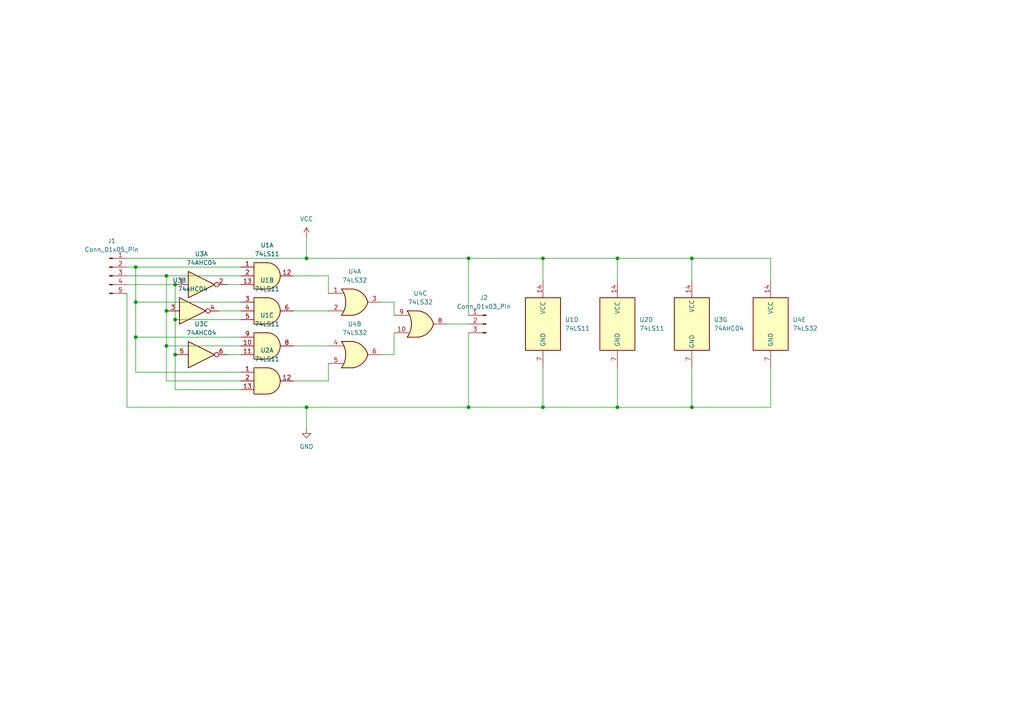
<source format=kicad_sch>
(kicad_sch
	(version 20250114)
	(generator "eeschema")
	(generator_version "9.0")
	(uuid "efdb254e-2b34-4bb5-a0ac-bcd2be66f1c7")
	(paper "A4")
	(lib_symbols
		(symbol "74xx:74AHC04"
			(exclude_from_sim no)
			(in_bom yes)
			(on_board yes)
			(property "Reference" "U"
				(at 0 1.27 0)
				(effects
					(font
						(size 1.27 1.27)
					)
				)
			)
			(property "Value" "74AHC04"
				(at 0 -1.27 0)
				(effects
					(font
						(size 1.27 1.27)
					)
				)
			)
			(property "Footprint" ""
				(at 0 0 0)
				(effects
					(font
						(size 1.27 1.27)
					)
					(hide yes)
				)
			)
			(property "Datasheet" "https://assets.nexperia.com/documents/data-sheet/74AHC_AHCT04.pdf"
				(at 0 0 0)
				(effects
					(font
						(size 1.27 1.27)
					)
					(hide yes)
				)
			)
			(property "Description" "Hex Inverter"
				(at 0 0 0)
				(effects
					(font
						(size 1.27 1.27)
					)
					(hide yes)
				)
			)
			(property "ki_locked" ""
				(at 0 0 0)
				(effects
					(font
						(size 1.27 1.27)
					)
				)
			)
			(property "ki_keywords" "AHCMOS not inv"
				(at 0 0 0)
				(effects
					(font
						(size 1.27 1.27)
					)
					(hide yes)
				)
			)
			(property "ki_fp_filters" "DIP*W7.62mm* SSOP?14* TSSOP?14*"
				(at 0 0 0)
				(effects
					(font
						(size 1.27 1.27)
					)
					(hide yes)
				)
			)
			(symbol "74AHC04_1_0"
				(polyline
					(pts
						(xy -3.81 3.81) (xy -3.81 -3.81) (xy 3.81 0) (xy -3.81 3.81)
					)
					(stroke
						(width 0.254)
						(type default)
					)
					(fill
						(type background)
					)
				)
				(pin input line
					(at -7.62 0 0)
					(length 3.81)
					(name "~"
						(effects
							(font
								(size 1.27 1.27)
							)
						)
					)
					(number "1"
						(effects
							(font
								(size 1.27 1.27)
							)
						)
					)
				)
				(pin output inverted
					(at 7.62 0 180)
					(length 3.81)
					(name "~"
						(effects
							(font
								(size 1.27 1.27)
							)
						)
					)
					(number "2"
						(effects
							(font
								(size 1.27 1.27)
							)
						)
					)
				)
			)
			(symbol "74AHC04_2_0"
				(polyline
					(pts
						(xy -3.81 3.81) (xy -3.81 -3.81) (xy 3.81 0) (xy -3.81 3.81)
					)
					(stroke
						(width 0.254)
						(type default)
					)
					(fill
						(type background)
					)
				)
				(pin input line
					(at -7.62 0 0)
					(length 3.81)
					(name "~"
						(effects
							(font
								(size 1.27 1.27)
							)
						)
					)
					(number "3"
						(effects
							(font
								(size 1.27 1.27)
							)
						)
					)
				)
				(pin output inverted
					(at 7.62 0 180)
					(length 3.81)
					(name "~"
						(effects
							(font
								(size 1.27 1.27)
							)
						)
					)
					(number "4"
						(effects
							(font
								(size 1.27 1.27)
							)
						)
					)
				)
			)
			(symbol "74AHC04_3_0"
				(polyline
					(pts
						(xy -3.81 3.81) (xy -3.81 -3.81) (xy 3.81 0) (xy -3.81 3.81)
					)
					(stroke
						(width 0.254)
						(type default)
					)
					(fill
						(type background)
					)
				)
				(pin input line
					(at -7.62 0 0)
					(length 3.81)
					(name "~"
						(effects
							(font
								(size 1.27 1.27)
							)
						)
					)
					(number "5"
						(effects
							(font
								(size 1.27 1.27)
							)
						)
					)
				)
				(pin output inverted
					(at 7.62 0 180)
					(length 3.81)
					(name "~"
						(effects
							(font
								(size 1.27 1.27)
							)
						)
					)
					(number "6"
						(effects
							(font
								(size 1.27 1.27)
							)
						)
					)
				)
			)
			(symbol "74AHC04_4_0"
				(polyline
					(pts
						(xy -3.81 3.81) (xy -3.81 -3.81) (xy 3.81 0) (xy -3.81 3.81)
					)
					(stroke
						(width 0.254)
						(type default)
					)
					(fill
						(type background)
					)
				)
				(pin input line
					(at -7.62 0 0)
					(length 3.81)
					(name "~"
						(effects
							(font
								(size 1.27 1.27)
							)
						)
					)
					(number "9"
						(effects
							(font
								(size 1.27 1.27)
							)
						)
					)
				)
				(pin output inverted
					(at 7.62 0 180)
					(length 3.81)
					(name "~"
						(effects
							(font
								(size 1.27 1.27)
							)
						)
					)
					(number "8"
						(effects
							(font
								(size 1.27 1.27)
							)
						)
					)
				)
			)
			(symbol "74AHC04_5_0"
				(polyline
					(pts
						(xy -3.81 3.81) (xy -3.81 -3.81) (xy 3.81 0) (xy -3.81 3.81)
					)
					(stroke
						(width 0.254)
						(type default)
					)
					(fill
						(type background)
					)
				)
				(pin input line
					(at -7.62 0 0)
					(length 3.81)
					(name "~"
						(effects
							(font
								(size 1.27 1.27)
							)
						)
					)
					(number "11"
						(effects
							(font
								(size 1.27 1.27)
							)
						)
					)
				)
				(pin output inverted
					(at 7.62 0 180)
					(length 3.81)
					(name "~"
						(effects
							(font
								(size 1.27 1.27)
							)
						)
					)
					(number "10"
						(effects
							(font
								(size 1.27 1.27)
							)
						)
					)
				)
			)
			(symbol "74AHC04_6_0"
				(polyline
					(pts
						(xy -3.81 3.81) (xy -3.81 -3.81) (xy 3.81 0) (xy -3.81 3.81)
					)
					(stroke
						(width 0.254)
						(type default)
					)
					(fill
						(type background)
					)
				)
				(pin input line
					(at -7.62 0 0)
					(length 3.81)
					(name "~"
						(effects
							(font
								(size 1.27 1.27)
							)
						)
					)
					(number "13"
						(effects
							(font
								(size 1.27 1.27)
							)
						)
					)
				)
				(pin output inverted
					(at 7.62 0 180)
					(length 3.81)
					(name "~"
						(effects
							(font
								(size 1.27 1.27)
							)
						)
					)
					(number "12"
						(effects
							(font
								(size 1.27 1.27)
							)
						)
					)
				)
			)
			(symbol "74AHC04_7_0"
				(pin power_in line
					(at 0 12.7 270)
					(length 5.08)
					(name "VCC"
						(effects
							(font
								(size 1.27 1.27)
							)
						)
					)
					(number "14"
						(effects
							(font
								(size 1.27 1.27)
							)
						)
					)
				)
				(pin power_in line
					(at 0 -12.7 90)
					(length 5.08)
					(name "GND"
						(effects
							(font
								(size 1.27 1.27)
							)
						)
					)
					(number "7"
						(effects
							(font
								(size 1.27 1.27)
							)
						)
					)
				)
			)
			(symbol "74AHC04_7_1"
				(rectangle
					(start -5.08 7.62)
					(end 5.08 -7.62)
					(stroke
						(width 0.254)
						(type default)
					)
					(fill
						(type background)
					)
				)
			)
			(embedded_fonts no)
		)
		(symbol "74xx:74LS11"
			(pin_names
				(offset 1.016)
			)
			(exclude_from_sim no)
			(in_bom yes)
			(on_board yes)
			(property "Reference" "U"
				(at 0 1.27 0)
				(effects
					(font
						(size 1.27 1.27)
					)
				)
			)
			(property "Value" "74LS11"
				(at 0 -1.27 0)
				(effects
					(font
						(size 1.27 1.27)
					)
				)
			)
			(property "Footprint" ""
				(at 0 0 0)
				(effects
					(font
						(size 1.27 1.27)
					)
					(hide yes)
				)
			)
			(property "Datasheet" "http://www.ti.com/lit/gpn/sn74LS11"
				(at 0 0 0)
				(effects
					(font
						(size 1.27 1.27)
					)
					(hide yes)
				)
			)
			(property "Description" "Triple 3-input AND"
				(at 0 0 0)
				(effects
					(font
						(size 1.27 1.27)
					)
					(hide yes)
				)
			)
			(property "ki_locked" ""
				(at 0 0 0)
				(effects
					(font
						(size 1.27 1.27)
					)
				)
			)
			(property "ki_keywords" "TTL And3"
				(at 0 0 0)
				(effects
					(font
						(size 1.27 1.27)
					)
					(hide yes)
				)
			)
			(property "ki_fp_filters" "DIP*W7.62mm*"
				(at 0 0 0)
				(effects
					(font
						(size 1.27 1.27)
					)
					(hide yes)
				)
			)
			(symbol "74LS11_1_1"
				(arc
					(start 0 3.81)
					(mid 3.7934 0)
					(end 0 -3.81)
					(stroke
						(width 0.254)
						(type default)
					)
					(fill
						(type background)
					)
				)
				(polyline
					(pts
						(xy 0 3.81) (xy -3.81 3.81) (xy -3.81 -3.81) (xy 0 -3.81)
					)
					(stroke
						(width 0.254)
						(type default)
					)
					(fill
						(type background)
					)
				)
				(pin input line
					(at -7.62 2.54 0)
					(length 3.81)
					(name "~"
						(effects
							(font
								(size 1.27 1.27)
							)
						)
					)
					(number "1"
						(effects
							(font
								(size 1.27 1.27)
							)
						)
					)
				)
				(pin input line
					(at -7.62 0 0)
					(length 3.81)
					(name "~"
						(effects
							(font
								(size 1.27 1.27)
							)
						)
					)
					(number "2"
						(effects
							(font
								(size 1.27 1.27)
							)
						)
					)
				)
				(pin input line
					(at -7.62 -2.54 0)
					(length 3.81)
					(name "~"
						(effects
							(font
								(size 1.27 1.27)
							)
						)
					)
					(number "13"
						(effects
							(font
								(size 1.27 1.27)
							)
						)
					)
				)
				(pin output line
					(at 7.62 0 180)
					(length 3.81)
					(name "~"
						(effects
							(font
								(size 1.27 1.27)
							)
						)
					)
					(number "12"
						(effects
							(font
								(size 1.27 1.27)
							)
						)
					)
				)
			)
			(symbol "74LS11_1_2"
				(arc
					(start -3.81 3.81)
					(mid -2.589 0)
					(end -3.81 -3.81)
					(stroke
						(width 0.254)
						(type default)
					)
					(fill
						(type none)
					)
				)
				(polyline
					(pts
						(xy -3.81 3.81) (xy -0.635 3.81)
					)
					(stroke
						(width 0.254)
						(type default)
					)
					(fill
						(type background)
					)
				)
				(polyline
					(pts
						(xy -3.81 -3.81) (xy -0.635 -3.81)
					)
					(stroke
						(width 0.254)
						(type default)
					)
					(fill
						(type background)
					)
				)
				(arc
					(start 3.81 0)
					(mid 2.1855 -2.584)
					(end -0.6096 -3.81)
					(stroke
						(width 0.254)
						(type default)
					)
					(fill
						(type background)
					)
				)
				(arc
					(start -0.6096 3.81)
					(mid 2.1928 2.5924)
					(end 3.81 0)
					(stroke
						(width 0.254)
						(type default)
					)
					(fill
						(type background)
					)
				)
				(polyline
					(pts
						(xy -0.635 3.81) (xy -3.81 3.81) (xy -3.81 3.81) (xy -3.556 3.4036) (xy -3.0226 2.2606) (xy -2.6924 1.0414)
						(xy -2.6162 -0.254) (xy -2.7686 -1.4986) (xy -3.175 -2.7178) (xy -3.81 -3.81) (xy -3.81 -3.81)
						(xy -0.635 -3.81)
					)
					(stroke
						(width -25.4)
						(type default)
					)
					(fill
						(type background)
					)
				)
				(pin input inverted
					(at -7.62 2.54 0)
					(length 4.318)
					(name "~"
						(effects
							(font
								(size 1.27 1.27)
							)
						)
					)
					(number "1"
						(effects
							(font
								(size 1.27 1.27)
							)
						)
					)
				)
				(pin input inverted
					(at -7.62 0 0)
					(length 4.953)
					(name "~"
						(effects
							(font
								(size 1.27 1.27)
							)
						)
					)
					(number "2"
						(effects
							(font
								(size 1.27 1.27)
							)
						)
					)
				)
				(pin input inverted
					(at -7.62 -2.54 0)
					(length 4.318)
					(name "~"
						(effects
							(font
								(size 1.27 1.27)
							)
						)
					)
					(number "13"
						(effects
							(font
								(size 1.27 1.27)
							)
						)
					)
				)
				(pin output inverted
					(at 7.62 0 180)
					(length 3.81)
					(name "~"
						(effects
							(font
								(size 1.27 1.27)
							)
						)
					)
					(number "12"
						(effects
							(font
								(size 1.27 1.27)
							)
						)
					)
				)
			)
			(symbol "74LS11_2_1"
				(arc
					(start 0 3.81)
					(mid 3.7934 0)
					(end 0 -3.81)
					(stroke
						(width 0.254)
						(type default)
					)
					(fill
						(type background)
					)
				)
				(polyline
					(pts
						(xy 0 3.81) (xy -3.81 3.81) (xy -3.81 -3.81) (xy 0 -3.81)
					)
					(stroke
						(width 0.254)
						(type default)
					)
					(fill
						(type background)
					)
				)
				(pin input line
					(at -7.62 2.54 0)
					(length 3.81)
					(name "~"
						(effects
							(font
								(size 1.27 1.27)
							)
						)
					)
					(number "3"
						(effects
							(font
								(size 1.27 1.27)
							)
						)
					)
				)
				(pin input line
					(at -7.62 0 0)
					(length 3.81)
					(name "~"
						(effects
							(font
								(size 1.27 1.27)
							)
						)
					)
					(number "4"
						(effects
							(font
								(size 1.27 1.27)
							)
						)
					)
				)
				(pin input line
					(at -7.62 -2.54 0)
					(length 3.81)
					(name "~"
						(effects
							(font
								(size 1.27 1.27)
							)
						)
					)
					(number "5"
						(effects
							(font
								(size 1.27 1.27)
							)
						)
					)
				)
				(pin output line
					(at 7.62 0 180)
					(length 3.81)
					(name "~"
						(effects
							(font
								(size 1.27 1.27)
							)
						)
					)
					(number "6"
						(effects
							(font
								(size 1.27 1.27)
							)
						)
					)
				)
			)
			(symbol "74LS11_2_2"
				(arc
					(start -3.81 3.81)
					(mid -2.589 0)
					(end -3.81 -3.81)
					(stroke
						(width 0.254)
						(type default)
					)
					(fill
						(type none)
					)
				)
				(polyline
					(pts
						(xy -3.81 3.81) (xy -0.635 3.81)
					)
					(stroke
						(width 0.254)
						(type default)
					)
					(fill
						(type background)
					)
				)
				(polyline
					(pts
						(xy -3.81 -3.81) (xy -0.635 -3.81)
					)
					(stroke
						(width 0.254)
						(type default)
					)
					(fill
						(type background)
					)
				)
				(arc
					(start 3.81 0)
					(mid 2.1855 -2.584)
					(end -0.6096 -3.81)
					(stroke
						(width 0.254)
						(type default)
					)
					(fill
						(type background)
					)
				)
				(arc
					(start -0.6096 3.81)
					(mid 2.1928 2.5924)
					(end 3.81 0)
					(stroke
						(width 0.254)
						(type default)
					)
					(fill
						(type background)
					)
				)
				(polyline
					(pts
						(xy -0.635 3.81) (xy -3.81 3.81) (xy -3.81 3.81) (xy -3.556 3.4036) (xy -3.0226 2.2606) (xy -2.6924 1.0414)
						(xy -2.6162 -0.254) (xy -2.7686 -1.4986) (xy -3.175 -2.7178) (xy -3.81 -3.81) (xy -3.81 -3.81)
						(xy -0.635 -3.81)
					)
					(stroke
						(width -25.4)
						(type default)
					)
					(fill
						(type background)
					)
				)
				(pin input inverted
					(at -7.62 2.54 0)
					(length 4.318)
					(name "~"
						(effects
							(font
								(size 1.27 1.27)
							)
						)
					)
					(number "3"
						(effects
							(font
								(size 1.27 1.27)
							)
						)
					)
				)
				(pin input inverted
					(at -7.62 0 0)
					(length 4.953)
					(name "~"
						(effects
							(font
								(size 1.27 1.27)
							)
						)
					)
					(number "4"
						(effects
							(font
								(size 1.27 1.27)
							)
						)
					)
				)
				(pin input inverted
					(at -7.62 -2.54 0)
					(length 4.318)
					(name "~"
						(effects
							(font
								(size 1.27 1.27)
							)
						)
					)
					(number "5"
						(effects
							(font
								(size 1.27 1.27)
							)
						)
					)
				)
				(pin output inverted
					(at 7.62 0 180)
					(length 3.81)
					(name "~"
						(effects
							(font
								(size 1.27 1.27)
							)
						)
					)
					(number "6"
						(effects
							(font
								(size 1.27 1.27)
							)
						)
					)
				)
			)
			(symbol "74LS11_3_1"
				(arc
					(start 0 3.81)
					(mid 3.7934 0)
					(end 0 -3.81)
					(stroke
						(width 0.254)
						(type default)
					)
					(fill
						(type background)
					)
				)
				(polyline
					(pts
						(xy 0 3.81) (xy -3.81 3.81) (xy -3.81 -3.81) (xy 0 -3.81)
					)
					(stroke
						(width 0.254)
						(type default)
					)
					(fill
						(type background)
					)
				)
				(pin input line
					(at -7.62 2.54 0)
					(length 3.81)
					(name "~"
						(effects
							(font
								(size 1.27 1.27)
							)
						)
					)
					(number "9"
						(effects
							(font
								(size 1.27 1.27)
							)
						)
					)
				)
				(pin input line
					(at -7.62 0 0)
					(length 3.81)
					(name "~"
						(effects
							(font
								(size 1.27 1.27)
							)
						)
					)
					(number "10"
						(effects
							(font
								(size 1.27 1.27)
							)
						)
					)
				)
				(pin input line
					(at -7.62 -2.54 0)
					(length 3.81)
					(name "~"
						(effects
							(font
								(size 1.27 1.27)
							)
						)
					)
					(number "11"
						(effects
							(font
								(size 1.27 1.27)
							)
						)
					)
				)
				(pin output line
					(at 7.62 0 180)
					(length 3.81)
					(name "~"
						(effects
							(font
								(size 1.27 1.27)
							)
						)
					)
					(number "8"
						(effects
							(font
								(size 1.27 1.27)
							)
						)
					)
				)
			)
			(symbol "74LS11_3_2"
				(arc
					(start -3.81 3.81)
					(mid -2.589 0)
					(end -3.81 -3.81)
					(stroke
						(width 0.254)
						(type default)
					)
					(fill
						(type none)
					)
				)
				(polyline
					(pts
						(xy -3.81 3.81) (xy -0.635 3.81)
					)
					(stroke
						(width 0.254)
						(type default)
					)
					(fill
						(type background)
					)
				)
				(polyline
					(pts
						(xy -3.81 -3.81) (xy -0.635 -3.81)
					)
					(stroke
						(width 0.254)
						(type default)
					)
					(fill
						(type background)
					)
				)
				(arc
					(start 3.81 0)
					(mid 2.1855 -2.584)
					(end -0.6096 -3.81)
					(stroke
						(width 0.254)
						(type default)
					)
					(fill
						(type background)
					)
				)
				(arc
					(start -0.6096 3.81)
					(mid 2.1928 2.5924)
					(end 3.81 0)
					(stroke
						(width 0.254)
						(type default)
					)
					(fill
						(type background)
					)
				)
				(polyline
					(pts
						(xy -0.635 3.81) (xy -3.81 3.81) (xy -3.81 3.81) (xy -3.556 3.4036) (xy -3.0226 2.2606) (xy -2.6924 1.0414)
						(xy -2.6162 -0.254) (xy -2.7686 -1.4986) (xy -3.175 -2.7178) (xy -3.81 -3.81) (xy -3.81 -3.81)
						(xy -0.635 -3.81)
					)
					(stroke
						(width -25.4)
						(type default)
					)
					(fill
						(type background)
					)
				)
				(pin input inverted
					(at -7.62 2.54 0)
					(length 4.318)
					(name "~"
						(effects
							(font
								(size 1.27 1.27)
							)
						)
					)
					(number "9"
						(effects
							(font
								(size 1.27 1.27)
							)
						)
					)
				)
				(pin input inverted
					(at -7.62 0 0)
					(length 4.953)
					(name "~"
						(effects
							(font
								(size 1.27 1.27)
							)
						)
					)
					(number "10"
						(effects
							(font
								(size 1.27 1.27)
							)
						)
					)
				)
				(pin input inverted
					(at -7.62 -2.54 0)
					(length 4.318)
					(name "~"
						(effects
							(font
								(size 1.27 1.27)
							)
						)
					)
					(number "11"
						(effects
							(font
								(size 1.27 1.27)
							)
						)
					)
				)
				(pin output inverted
					(at 7.62 0 180)
					(length 3.81)
					(name "~"
						(effects
							(font
								(size 1.27 1.27)
							)
						)
					)
					(number "8"
						(effects
							(font
								(size 1.27 1.27)
							)
						)
					)
				)
			)
			(symbol "74LS11_4_0"
				(pin power_in line
					(at 0 12.7 270)
					(length 5.08)
					(name "VCC"
						(effects
							(font
								(size 1.27 1.27)
							)
						)
					)
					(number "14"
						(effects
							(font
								(size 1.27 1.27)
							)
						)
					)
				)
				(pin power_in line
					(at 0 -12.7 90)
					(length 5.08)
					(name "GND"
						(effects
							(font
								(size 1.27 1.27)
							)
						)
					)
					(number "7"
						(effects
							(font
								(size 1.27 1.27)
							)
						)
					)
				)
			)
			(symbol "74LS11_4_1"
				(rectangle
					(start -5.08 7.62)
					(end 5.08 -7.62)
					(stroke
						(width 0.254)
						(type default)
					)
					(fill
						(type background)
					)
				)
			)
			(embedded_fonts no)
		)
		(symbol "74xx:74LS32"
			(pin_names
				(offset 1.016)
			)
			(exclude_from_sim no)
			(in_bom yes)
			(on_board yes)
			(property "Reference" "U"
				(at 0 1.27 0)
				(effects
					(font
						(size 1.27 1.27)
					)
				)
			)
			(property "Value" "74LS32"
				(at 0 -1.27 0)
				(effects
					(font
						(size 1.27 1.27)
					)
				)
			)
			(property "Footprint" ""
				(at 0 0 0)
				(effects
					(font
						(size 1.27 1.27)
					)
					(hide yes)
				)
			)
			(property "Datasheet" "http://www.ti.com/lit/gpn/sn74LS32"
				(at 0 0 0)
				(effects
					(font
						(size 1.27 1.27)
					)
					(hide yes)
				)
			)
			(property "Description" "Quad 2-input OR"
				(at 0 0 0)
				(effects
					(font
						(size 1.27 1.27)
					)
					(hide yes)
				)
			)
			(property "ki_locked" ""
				(at 0 0 0)
				(effects
					(font
						(size 1.27 1.27)
					)
				)
			)
			(property "ki_keywords" "TTL Or2"
				(at 0 0 0)
				(effects
					(font
						(size 1.27 1.27)
					)
					(hide yes)
				)
			)
			(property "ki_fp_filters" "DIP?14*"
				(at 0 0 0)
				(effects
					(font
						(size 1.27 1.27)
					)
					(hide yes)
				)
			)
			(symbol "74LS32_1_1"
				(arc
					(start -3.81 3.81)
					(mid -2.589 0)
					(end -3.81 -3.81)
					(stroke
						(width 0.254)
						(type default)
					)
					(fill
						(type none)
					)
				)
				(polyline
					(pts
						(xy -3.81 3.81) (xy -0.635 3.81)
					)
					(stroke
						(width 0.254)
						(type default)
					)
					(fill
						(type background)
					)
				)
				(polyline
					(pts
						(xy -3.81 -3.81) (xy -0.635 -3.81)
					)
					(stroke
						(width 0.254)
						(type default)
					)
					(fill
						(type background)
					)
				)
				(arc
					(start 3.81 0)
					(mid 2.1855 -2.584)
					(end -0.6096 -3.81)
					(stroke
						(width 0.254)
						(type default)
					)
					(fill
						(type background)
					)
				)
				(arc
					(start -0.6096 3.81)
					(mid 2.1928 2.5924)
					(end 3.81 0)
					(stroke
						(width 0.254)
						(type default)
					)
					(fill
						(type background)
					)
				)
				(polyline
					(pts
						(xy -0.635 3.81) (xy -3.81 3.81) (xy -3.81 3.81) (xy -3.556 3.4036) (xy -3.0226 2.2606) (xy -2.6924 1.0414)
						(xy -2.6162 -0.254) (xy -2.7686 -1.4986) (xy -3.175 -2.7178) (xy -3.81 -3.81) (xy -3.81 -3.81)
						(xy -0.635 -3.81)
					)
					(stroke
						(width -25.4)
						(type default)
					)
					(fill
						(type background)
					)
				)
				(pin input line
					(at -7.62 2.54 0)
					(length 4.318)
					(name "~"
						(effects
							(font
								(size 1.27 1.27)
							)
						)
					)
					(number "1"
						(effects
							(font
								(size 1.27 1.27)
							)
						)
					)
				)
				(pin input line
					(at -7.62 -2.54 0)
					(length 4.318)
					(name "~"
						(effects
							(font
								(size 1.27 1.27)
							)
						)
					)
					(number "2"
						(effects
							(font
								(size 1.27 1.27)
							)
						)
					)
				)
				(pin output line
					(at 7.62 0 180)
					(length 3.81)
					(name "~"
						(effects
							(font
								(size 1.27 1.27)
							)
						)
					)
					(number "3"
						(effects
							(font
								(size 1.27 1.27)
							)
						)
					)
				)
			)
			(symbol "74LS32_1_2"
				(arc
					(start 0 3.81)
					(mid 3.7934 0)
					(end 0 -3.81)
					(stroke
						(width 0.254)
						(type default)
					)
					(fill
						(type background)
					)
				)
				(polyline
					(pts
						(xy 0 3.81) (xy -3.81 3.81) (xy -3.81 -3.81) (xy 0 -3.81)
					)
					(stroke
						(width 0.254)
						(type default)
					)
					(fill
						(type background)
					)
				)
				(pin input inverted
					(at -7.62 2.54 0)
					(length 3.81)
					(name "~"
						(effects
							(font
								(size 1.27 1.27)
							)
						)
					)
					(number "1"
						(effects
							(font
								(size 1.27 1.27)
							)
						)
					)
				)
				(pin input inverted
					(at -7.62 -2.54 0)
					(length 3.81)
					(name "~"
						(effects
							(font
								(size 1.27 1.27)
							)
						)
					)
					(number "2"
						(effects
							(font
								(size 1.27 1.27)
							)
						)
					)
				)
				(pin output inverted
					(at 7.62 0 180)
					(length 3.81)
					(name "~"
						(effects
							(font
								(size 1.27 1.27)
							)
						)
					)
					(number "3"
						(effects
							(font
								(size 1.27 1.27)
							)
						)
					)
				)
			)
			(symbol "74LS32_2_1"
				(arc
					(start -3.81 3.81)
					(mid -2.589 0)
					(end -3.81 -3.81)
					(stroke
						(width 0.254)
						(type default)
					)
					(fill
						(type none)
					)
				)
				(polyline
					(pts
						(xy -3.81 3.81) (xy -0.635 3.81)
					)
					(stroke
						(width 0.254)
						(type default)
					)
					(fill
						(type background)
					)
				)
				(polyline
					(pts
						(xy -3.81 -3.81) (xy -0.635 -3.81)
					)
					(stroke
						(width 0.254)
						(type default)
					)
					(fill
						(type background)
					)
				)
				(arc
					(start 3.81 0)
					(mid 2.1855 -2.584)
					(end -0.6096 -3.81)
					(stroke
						(width 0.254)
						(type default)
					)
					(fill
						(type background)
					)
				)
				(arc
					(start -0.6096 3.81)
					(mid 2.1928 2.5924)
					(end 3.81 0)
					(stroke
						(width 0.254)
						(type default)
					)
					(fill
						(type background)
					)
				)
				(polyline
					(pts
						(xy -0.635 3.81) (xy -3.81 3.81) (xy -3.81 3.81) (xy -3.556 3.4036) (xy -3.0226 2.2606) (xy -2.6924 1.0414)
						(xy -2.6162 -0.254) (xy -2.7686 -1.4986) (xy -3.175 -2.7178) (xy -3.81 -3.81) (xy -3.81 -3.81)
						(xy -0.635 -3.81)
					)
					(stroke
						(width -25.4)
						(type default)
					)
					(fill
						(type background)
					)
				)
				(pin input line
					(at -7.62 2.54 0)
					(length 4.318)
					(name "~"
						(effects
							(font
								(size 1.27 1.27)
							)
						)
					)
					(number "4"
						(effects
							(font
								(size 1.27 1.27)
							)
						)
					)
				)
				(pin input line
					(at -7.62 -2.54 0)
					(length 4.318)
					(name "~"
						(effects
							(font
								(size 1.27 1.27)
							)
						)
					)
					(number "5"
						(effects
							(font
								(size 1.27 1.27)
							)
						)
					)
				)
				(pin output line
					(at 7.62 0 180)
					(length 3.81)
					(name "~"
						(effects
							(font
								(size 1.27 1.27)
							)
						)
					)
					(number "6"
						(effects
							(font
								(size 1.27 1.27)
							)
						)
					)
				)
			)
			(symbol "74LS32_2_2"
				(arc
					(start 0 3.81)
					(mid 3.7934 0)
					(end 0 -3.81)
					(stroke
						(width 0.254)
						(type default)
					)
					(fill
						(type background)
					)
				)
				(polyline
					(pts
						(xy 0 3.81) (xy -3.81 3.81) (xy -3.81 -3.81) (xy 0 -3.81)
					)
					(stroke
						(width 0.254)
						(type default)
					)
					(fill
						(type background)
					)
				)
				(pin input inverted
					(at -7.62 2.54 0)
					(length 3.81)
					(name "~"
						(effects
							(font
								(size 1.27 1.27)
							)
						)
					)
					(number "4"
						(effects
							(font
								(size 1.27 1.27)
							)
						)
					)
				)
				(pin input inverted
					(at -7.62 -2.54 0)
					(length 3.81)
					(name "~"
						(effects
							(font
								(size 1.27 1.27)
							)
						)
					)
					(number "5"
						(effects
							(font
								(size 1.27 1.27)
							)
						)
					)
				)
				(pin output inverted
					(at 7.62 0 180)
					(length 3.81)
					(name "~"
						(effects
							(font
								(size 1.27 1.27)
							)
						)
					)
					(number "6"
						(effects
							(font
								(size 1.27 1.27)
							)
						)
					)
				)
			)
			(symbol "74LS32_3_1"
				(arc
					(start -3.81 3.81)
					(mid -2.589 0)
					(end -3.81 -3.81)
					(stroke
						(width 0.254)
						(type default)
					)
					(fill
						(type none)
					)
				)
				(polyline
					(pts
						(xy -3.81 3.81) (xy -0.635 3.81)
					)
					(stroke
						(width 0.254)
						(type default)
					)
					(fill
						(type background)
					)
				)
				(polyline
					(pts
						(xy -3.81 -3.81) (xy -0.635 -3.81)
					)
					(stroke
						(width 0.254)
						(type default)
					)
					(fill
						(type background)
					)
				)
				(arc
					(start 3.81 0)
					(mid 2.1855 -2.584)
					(end -0.6096 -3.81)
					(stroke
						(width 0.254)
						(type default)
					)
					(fill
						(type background)
					)
				)
				(arc
					(start -0.6096 3.81)
					(mid 2.1928 2.5924)
					(end 3.81 0)
					(stroke
						(width 0.254)
						(type default)
					)
					(fill
						(type background)
					)
				)
				(polyline
					(pts
						(xy -0.635 3.81) (xy -3.81 3.81) (xy -3.81 3.81) (xy -3.556 3.4036) (xy -3.0226 2.2606) (xy -2.6924 1.0414)
						(xy -2.6162 -0.254) (xy -2.7686 -1.4986) (xy -3.175 -2.7178) (xy -3.81 -3.81) (xy -3.81 -3.81)
						(xy -0.635 -3.81)
					)
					(stroke
						(width -25.4)
						(type default)
					)
					(fill
						(type background)
					)
				)
				(pin input line
					(at -7.62 2.54 0)
					(length 4.318)
					(name "~"
						(effects
							(font
								(size 1.27 1.27)
							)
						)
					)
					(number "9"
						(effects
							(font
								(size 1.27 1.27)
							)
						)
					)
				)
				(pin input line
					(at -7.62 -2.54 0)
					(length 4.318)
					(name "~"
						(effects
							(font
								(size 1.27 1.27)
							)
						)
					)
					(number "10"
						(effects
							(font
								(size 1.27 1.27)
							)
						)
					)
				)
				(pin output line
					(at 7.62 0 180)
					(length 3.81)
					(name "~"
						(effects
							(font
								(size 1.27 1.27)
							)
						)
					)
					(number "8"
						(effects
							(font
								(size 1.27 1.27)
							)
						)
					)
				)
			)
			(symbol "74LS32_3_2"
				(arc
					(start 0 3.81)
					(mid 3.7934 0)
					(end 0 -3.81)
					(stroke
						(width 0.254)
						(type default)
					)
					(fill
						(type background)
					)
				)
				(polyline
					(pts
						(xy 0 3.81) (xy -3.81 3.81) (xy -3.81 -3.81) (xy 0 -3.81)
					)
					(stroke
						(width 0.254)
						(type default)
					)
					(fill
						(type background)
					)
				)
				(pin input inverted
					(at -7.62 2.54 0)
					(length 3.81)
					(name "~"
						(effects
							(font
								(size 1.27 1.27)
							)
						)
					)
					(number "9"
						(effects
							(font
								(size 1.27 1.27)
							)
						)
					)
				)
				(pin input inverted
					(at -7.62 -2.54 0)
					(length 3.81)
					(name "~"
						(effects
							(font
								(size 1.27 1.27)
							)
						)
					)
					(number "10"
						(effects
							(font
								(size 1.27 1.27)
							)
						)
					)
				)
				(pin output inverted
					(at 7.62 0 180)
					(length 3.81)
					(name "~"
						(effects
							(font
								(size 1.27 1.27)
							)
						)
					)
					(number "8"
						(effects
							(font
								(size 1.27 1.27)
							)
						)
					)
				)
			)
			(symbol "74LS32_4_1"
				(arc
					(start -3.81 3.81)
					(mid -2.589 0)
					(end -3.81 -3.81)
					(stroke
						(width 0.254)
						(type default)
					)
					(fill
						(type none)
					)
				)
				(polyline
					(pts
						(xy -3.81 3.81) (xy -0.635 3.81)
					)
					(stroke
						(width 0.254)
						(type default)
					)
					(fill
						(type background)
					)
				)
				(polyline
					(pts
						(xy -3.81 -3.81) (xy -0.635 -3.81)
					)
					(stroke
						(width 0.254)
						(type default)
					)
					(fill
						(type background)
					)
				)
				(arc
					(start 3.81 0)
					(mid 2.1855 -2.584)
					(end -0.6096 -3.81)
					(stroke
						(width 0.254)
						(type default)
					)
					(fill
						(type background)
					)
				)
				(arc
					(start -0.6096 3.81)
					(mid 2.1928 2.5924)
					(end 3.81 0)
					(stroke
						(width 0.254)
						(type default)
					)
					(fill
						(type background)
					)
				)
				(polyline
					(pts
						(xy -0.635 3.81) (xy -3.81 3.81) (xy -3.81 3.81) (xy -3.556 3.4036) (xy -3.0226 2.2606) (xy -2.6924 1.0414)
						(xy -2.6162 -0.254) (xy -2.7686 -1.4986) (xy -3.175 -2.7178) (xy -3.81 -3.81) (xy -3.81 -3.81)
						(xy -0.635 -3.81)
					)
					(stroke
						(width -25.4)
						(type default)
					)
					(fill
						(type background)
					)
				)
				(pin input line
					(at -7.62 2.54 0)
					(length 4.318)
					(name "~"
						(effects
							(font
								(size 1.27 1.27)
							)
						)
					)
					(number "12"
						(effects
							(font
								(size 1.27 1.27)
							)
						)
					)
				)
				(pin input line
					(at -7.62 -2.54 0)
					(length 4.318)
					(name "~"
						(effects
							(font
								(size 1.27 1.27)
							)
						)
					)
					(number "13"
						(effects
							(font
								(size 1.27 1.27)
							)
						)
					)
				)
				(pin output line
					(at 7.62 0 180)
					(length 3.81)
					(name "~"
						(effects
							(font
								(size 1.27 1.27)
							)
						)
					)
					(number "11"
						(effects
							(font
								(size 1.27 1.27)
							)
						)
					)
				)
			)
			(symbol "74LS32_4_2"
				(arc
					(start 0 3.81)
					(mid 3.7934 0)
					(end 0 -3.81)
					(stroke
						(width 0.254)
						(type default)
					)
					(fill
						(type background)
					)
				)
				(polyline
					(pts
						(xy 0 3.81) (xy -3.81 3.81) (xy -3.81 -3.81) (xy 0 -3.81)
					)
					(stroke
						(width 0.254)
						(type default)
					)
					(fill
						(type background)
					)
				)
				(pin input inverted
					(at -7.62 2.54 0)
					(length 3.81)
					(name "~"
						(effects
							(font
								(size 1.27 1.27)
							)
						)
					)
					(number "12"
						(effects
							(font
								(size 1.27 1.27)
							)
						)
					)
				)
				(pin input inverted
					(at -7.62 -2.54 0)
					(length 3.81)
					(name "~"
						(effects
							(font
								(size 1.27 1.27)
							)
						)
					)
					(number "13"
						(effects
							(font
								(size 1.27 1.27)
							)
						)
					)
				)
				(pin output inverted
					(at 7.62 0 180)
					(length 3.81)
					(name "~"
						(effects
							(font
								(size 1.27 1.27)
							)
						)
					)
					(number "11"
						(effects
							(font
								(size 1.27 1.27)
							)
						)
					)
				)
			)
			(symbol "74LS32_5_0"
				(pin power_in line
					(at 0 12.7 270)
					(length 5.08)
					(name "VCC"
						(effects
							(font
								(size 1.27 1.27)
							)
						)
					)
					(number "14"
						(effects
							(font
								(size 1.27 1.27)
							)
						)
					)
				)
				(pin power_in line
					(at 0 -12.7 90)
					(length 5.08)
					(name "GND"
						(effects
							(font
								(size 1.27 1.27)
							)
						)
					)
					(number "7"
						(effects
							(font
								(size 1.27 1.27)
							)
						)
					)
				)
			)
			(symbol "74LS32_5_1"
				(rectangle
					(start -5.08 7.62)
					(end 5.08 -7.62)
					(stroke
						(width 0.254)
						(type default)
					)
					(fill
						(type background)
					)
				)
			)
			(embedded_fonts no)
		)
		(symbol "Connector:Conn_01x03_Pin"
			(pin_names
				(offset 1.016)
				(hide yes)
			)
			(exclude_from_sim no)
			(in_bom yes)
			(on_board yes)
			(property "Reference" "J"
				(at 0 5.08 0)
				(effects
					(font
						(size 1.27 1.27)
					)
				)
			)
			(property "Value" "Conn_01x03_Pin"
				(at 0 -5.08 0)
				(effects
					(font
						(size 1.27 1.27)
					)
				)
			)
			(property "Footprint" ""
				(at 0 0 0)
				(effects
					(font
						(size 1.27 1.27)
					)
					(hide yes)
				)
			)
			(property "Datasheet" "~"
				(at 0 0 0)
				(effects
					(font
						(size 1.27 1.27)
					)
					(hide yes)
				)
			)
			(property "Description" "Generic connector, single row, 01x03, script generated"
				(at 0 0 0)
				(effects
					(font
						(size 1.27 1.27)
					)
					(hide yes)
				)
			)
			(property "ki_locked" ""
				(at 0 0 0)
				(effects
					(font
						(size 1.27 1.27)
					)
				)
			)
			(property "ki_keywords" "connector"
				(at 0 0 0)
				(effects
					(font
						(size 1.27 1.27)
					)
					(hide yes)
				)
			)
			(property "ki_fp_filters" "Connector*:*_1x??_*"
				(at 0 0 0)
				(effects
					(font
						(size 1.27 1.27)
					)
					(hide yes)
				)
			)
			(symbol "Conn_01x03_Pin_1_1"
				(rectangle
					(start 0.8636 2.667)
					(end 0 2.413)
					(stroke
						(width 0.1524)
						(type default)
					)
					(fill
						(type outline)
					)
				)
				(rectangle
					(start 0.8636 0.127)
					(end 0 -0.127)
					(stroke
						(width 0.1524)
						(type default)
					)
					(fill
						(type outline)
					)
				)
				(rectangle
					(start 0.8636 -2.413)
					(end 0 -2.667)
					(stroke
						(width 0.1524)
						(type default)
					)
					(fill
						(type outline)
					)
				)
				(polyline
					(pts
						(xy 1.27 2.54) (xy 0.8636 2.54)
					)
					(stroke
						(width 0.1524)
						(type default)
					)
					(fill
						(type none)
					)
				)
				(polyline
					(pts
						(xy 1.27 0) (xy 0.8636 0)
					)
					(stroke
						(width 0.1524)
						(type default)
					)
					(fill
						(type none)
					)
				)
				(polyline
					(pts
						(xy 1.27 -2.54) (xy 0.8636 -2.54)
					)
					(stroke
						(width 0.1524)
						(type default)
					)
					(fill
						(type none)
					)
				)
				(pin passive line
					(at 5.08 2.54 180)
					(length 3.81)
					(name "Pin_1"
						(effects
							(font
								(size 1.27 1.27)
							)
						)
					)
					(number "1"
						(effects
							(font
								(size 1.27 1.27)
							)
						)
					)
				)
				(pin passive line
					(at 5.08 0 180)
					(length 3.81)
					(name "Pin_2"
						(effects
							(font
								(size 1.27 1.27)
							)
						)
					)
					(number "2"
						(effects
							(font
								(size 1.27 1.27)
							)
						)
					)
				)
				(pin passive line
					(at 5.08 -2.54 180)
					(length 3.81)
					(name "Pin_3"
						(effects
							(font
								(size 1.27 1.27)
							)
						)
					)
					(number "3"
						(effects
							(font
								(size 1.27 1.27)
							)
						)
					)
				)
			)
			(embedded_fonts no)
		)
		(symbol "Connector:Conn_01x05_Pin"
			(pin_names
				(offset 1.016)
				(hide yes)
			)
			(exclude_from_sim no)
			(in_bom yes)
			(on_board yes)
			(property "Reference" "J"
				(at 0 7.62 0)
				(effects
					(font
						(size 1.27 1.27)
					)
				)
			)
			(property "Value" "Conn_01x05_Pin"
				(at 0 -7.62 0)
				(effects
					(font
						(size 1.27 1.27)
					)
				)
			)
			(property "Footprint" ""
				(at 0 0 0)
				(effects
					(font
						(size 1.27 1.27)
					)
					(hide yes)
				)
			)
			(property "Datasheet" "~"
				(at 0 0 0)
				(effects
					(font
						(size 1.27 1.27)
					)
					(hide yes)
				)
			)
			(property "Description" "Generic connector, single row, 01x05, script generated"
				(at 0 0 0)
				(effects
					(font
						(size 1.27 1.27)
					)
					(hide yes)
				)
			)
			(property "ki_locked" ""
				(at 0 0 0)
				(effects
					(font
						(size 1.27 1.27)
					)
				)
			)
			(property "ki_keywords" "connector"
				(at 0 0 0)
				(effects
					(font
						(size 1.27 1.27)
					)
					(hide yes)
				)
			)
			(property "ki_fp_filters" "Connector*:*_1x??_*"
				(at 0 0 0)
				(effects
					(font
						(size 1.27 1.27)
					)
					(hide yes)
				)
			)
			(symbol "Conn_01x05_Pin_1_1"
				(rectangle
					(start 0.8636 5.207)
					(end 0 4.953)
					(stroke
						(width 0.1524)
						(type default)
					)
					(fill
						(type outline)
					)
				)
				(rectangle
					(start 0.8636 2.667)
					(end 0 2.413)
					(stroke
						(width 0.1524)
						(type default)
					)
					(fill
						(type outline)
					)
				)
				(rectangle
					(start 0.8636 0.127)
					(end 0 -0.127)
					(stroke
						(width 0.1524)
						(type default)
					)
					(fill
						(type outline)
					)
				)
				(rectangle
					(start 0.8636 -2.413)
					(end 0 -2.667)
					(stroke
						(width 0.1524)
						(type default)
					)
					(fill
						(type outline)
					)
				)
				(rectangle
					(start 0.8636 -4.953)
					(end 0 -5.207)
					(stroke
						(width 0.1524)
						(type default)
					)
					(fill
						(type outline)
					)
				)
				(polyline
					(pts
						(xy 1.27 5.08) (xy 0.8636 5.08)
					)
					(stroke
						(width 0.1524)
						(type default)
					)
					(fill
						(type none)
					)
				)
				(polyline
					(pts
						(xy 1.27 2.54) (xy 0.8636 2.54)
					)
					(stroke
						(width 0.1524)
						(type default)
					)
					(fill
						(type none)
					)
				)
				(polyline
					(pts
						(xy 1.27 0) (xy 0.8636 0)
					)
					(stroke
						(width 0.1524)
						(type default)
					)
					(fill
						(type none)
					)
				)
				(polyline
					(pts
						(xy 1.27 -2.54) (xy 0.8636 -2.54)
					)
					(stroke
						(width 0.1524)
						(type default)
					)
					(fill
						(type none)
					)
				)
				(polyline
					(pts
						(xy 1.27 -5.08) (xy 0.8636 -5.08)
					)
					(stroke
						(width 0.1524)
						(type default)
					)
					(fill
						(type none)
					)
				)
				(pin passive line
					(at 5.08 5.08 180)
					(length 3.81)
					(name "Pin_1"
						(effects
							(font
								(size 1.27 1.27)
							)
						)
					)
					(number "1"
						(effects
							(font
								(size 1.27 1.27)
							)
						)
					)
				)
				(pin passive line
					(at 5.08 2.54 180)
					(length 3.81)
					(name "Pin_2"
						(effects
							(font
								(size 1.27 1.27)
							)
						)
					)
					(number "2"
						(effects
							(font
								(size 1.27 1.27)
							)
						)
					)
				)
				(pin passive line
					(at 5.08 0 180)
					(length 3.81)
					(name "Pin_3"
						(effects
							(font
								(size 1.27 1.27)
							)
						)
					)
					(number "3"
						(effects
							(font
								(size 1.27 1.27)
							)
						)
					)
				)
				(pin passive line
					(at 5.08 -2.54 180)
					(length 3.81)
					(name "Pin_4"
						(effects
							(font
								(size 1.27 1.27)
							)
						)
					)
					(number "4"
						(effects
							(font
								(size 1.27 1.27)
							)
						)
					)
				)
				(pin passive line
					(at 5.08 -5.08 180)
					(length 3.81)
					(name "Pin_5"
						(effects
							(font
								(size 1.27 1.27)
							)
						)
					)
					(number "5"
						(effects
							(font
								(size 1.27 1.27)
							)
						)
					)
				)
			)
			(embedded_fonts no)
		)
		(symbol "power:GND"
			(power)
			(pin_numbers
				(hide yes)
			)
			(pin_names
				(offset 0)
				(hide yes)
			)
			(exclude_from_sim no)
			(in_bom yes)
			(on_board yes)
			(property "Reference" "#PWR"
				(at 0 -6.35 0)
				(effects
					(font
						(size 1.27 1.27)
					)
					(hide yes)
				)
			)
			(property "Value" "GND"
				(at 0 -3.81 0)
				(effects
					(font
						(size 1.27 1.27)
					)
				)
			)
			(property "Footprint" ""
				(at 0 0 0)
				(effects
					(font
						(size 1.27 1.27)
					)
					(hide yes)
				)
			)
			(property "Datasheet" ""
				(at 0 0 0)
				(effects
					(font
						(size 1.27 1.27)
					)
					(hide yes)
				)
			)
			(property "Description" "Power symbol creates a global label with name \"GND\" , ground"
				(at 0 0 0)
				(effects
					(font
						(size 1.27 1.27)
					)
					(hide yes)
				)
			)
			(property "ki_keywords" "global power"
				(at 0 0 0)
				(effects
					(font
						(size 1.27 1.27)
					)
					(hide yes)
				)
			)
			(symbol "GND_0_1"
				(polyline
					(pts
						(xy 0 0) (xy 0 -1.27) (xy 1.27 -1.27) (xy 0 -2.54) (xy -1.27 -1.27) (xy 0 -1.27)
					)
					(stroke
						(width 0)
						(type default)
					)
					(fill
						(type none)
					)
				)
			)
			(symbol "GND_1_1"
				(pin power_in line
					(at 0 0 270)
					(length 0)
					(name "~"
						(effects
							(font
								(size 1.27 1.27)
							)
						)
					)
					(number "1"
						(effects
							(font
								(size 1.27 1.27)
							)
						)
					)
				)
			)
			(embedded_fonts no)
		)
		(symbol "power:VCC"
			(power)
			(pin_numbers
				(hide yes)
			)
			(pin_names
				(offset 0)
				(hide yes)
			)
			(exclude_from_sim no)
			(in_bom yes)
			(on_board yes)
			(property "Reference" "#PWR"
				(at 0 -3.81 0)
				(effects
					(font
						(size 1.27 1.27)
					)
					(hide yes)
				)
			)
			(property "Value" "VCC"
				(at 0 3.556 0)
				(effects
					(font
						(size 1.27 1.27)
					)
				)
			)
			(property "Footprint" ""
				(at 0 0 0)
				(effects
					(font
						(size 1.27 1.27)
					)
					(hide yes)
				)
			)
			(property "Datasheet" ""
				(at 0 0 0)
				(effects
					(font
						(size 1.27 1.27)
					)
					(hide yes)
				)
			)
			(property "Description" "Power symbol creates a global label with name \"VCC\""
				(at 0 0 0)
				(effects
					(font
						(size 1.27 1.27)
					)
					(hide yes)
				)
			)
			(property "ki_keywords" "global power"
				(at 0 0 0)
				(effects
					(font
						(size 1.27 1.27)
					)
					(hide yes)
				)
			)
			(symbol "VCC_0_1"
				(polyline
					(pts
						(xy -0.762 1.27) (xy 0 2.54)
					)
					(stroke
						(width 0)
						(type default)
					)
					(fill
						(type none)
					)
				)
				(polyline
					(pts
						(xy 0 2.54) (xy 0.762 1.27)
					)
					(stroke
						(width 0)
						(type default)
					)
					(fill
						(type none)
					)
				)
				(polyline
					(pts
						(xy 0 0) (xy 0 2.54)
					)
					(stroke
						(width 0)
						(type default)
					)
					(fill
						(type none)
					)
				)
			)
			(symbol "VCC_1_1"
				(pin power_in line
					(at 0 0 90)
					(length 0)
					(name "~"
						(effects
							(font
								(size 1.27 1.27)
							)
						)
					)
					(number "1"
						(effects
							(font
								(size 1.27 1.27)
							)
						)
					)
				)
			)
			(embedded_fonts no)
		)
	)
	(junction
		(at 48.26 90.17)
		(diameter 0)
		(color 0 0 0 0)
		(uuid "03dbe393-d9cc-4e6e-9bcb-13229c21de85")
	)
	(junction
		(at 135.89 74.93)
		(diameter 0)
		(color 0 0 0 0)
		(uuid "0aaed7e6-796e-43e8-b0af-97f0d05a4505")
	)
	(junction
		(at 200.66 118.11)
		(diameter 0)
		(color 0 0 0 0)
		(uuid "18ccf203-13ea-4121-81ed-cbd2c793762b")
	)
	(junction
		(at 179.07 118.11)
		(diameter 0)
		(color 0 0 0 0)
		(uuid "23bb2765-620e-446b-9f77-8eb51acdb143")
	)
	(junction
		(at 157.48 118.11)
		(diameter 0)
		(color 0 0 0 0)
		(uuid "34805cf5-5350-4016-979e-1e24f33ca560")
	)
	(junction
		(at 200.66 74.93)
		(diameter 0)
		(color 0 0 0 0)
		(uuid "62e77311-605f-4b1c-a191-2419a9818775")
	)
	(junction
		(at 48.26 100.33)
		(diameter 0)
		(color 0 0 0 0)
		(uuid "7c4ebbb6-d804-44f3-ba9c-23e9afa2ecf0")
	)
	(junction
		(at 88.9 74.93)
		(diameter 0)
		(color 0 0 0 0)
		(uuid "7e62b24c-4eb3-4123-a37d-dec9cff8e6b0")
	)
	(junction
		(at 157.48 74.93)
		(diameter 0)
		(color 0 0 0 0)
		(uuid "9f815971-b845-46d2-b6ad-9fb880b11d58")
	)
	(junction
		(at 39.37 87.63)
		(diameter 0)
		(color 0 0 0 0)
		(uuid "aad22f5f-5f94-4899-b0e9-eea8512a75e0")
	)
	(junction
		(at 50.8 102.87)
		(diameter 0)
		(color 0 0 0 0)
		(uuid "c22e6055-372d-4858-b10d-4a2fc9fb6fd9")
	)
	(junction
		(at 39.37 77.47)
		(diameter 0)
		(color 0 0 0 0)
		(uuid "c8eea540-f9eb-42d0-849c-05740ec304ec")
	)
	(junction
		(at 48.26 80.01)
		(diameter 0)
		(color 0 0 0 0)
		(uuid "ca6aeb33-e65a-4e2e-8af6-77232e2f9249")
	)
	(junction
		(at 50.8 92.71)
		(diameter 0)
		(color 0 0 0 0)
		(uuid "de5933e4-a50f-4865-9b83-9d1938c7132f")
	)
	(junction
		(at 39.37 97.79)
		(diameter 0)
		(color 0 0 0 0)
		(uuid "df078a07-9c88-4c73-84f7-a2733e1e813d")
	)
	(junction
		(at 179.07 74.93)
		(diameter 0)
		(color 0 0 0 0)
		(uuid "e9f4e3f2-9c65-4b66-b099-017444174816")
	)
	(junction
		(at 135.89 118.11)
		(diameter 0)
		(color 0 0 0 0)
		(uuid "eb99a01f-cdd6-4ced-b050-09d31c14485c")
	)
	(junction
		(at 88.9 118.11)
		(diameter 0)
		(color 0 0 0 0)
		(uuid "ec1782d6-a26d-4682-bc58-a386f62128cb")
	)
	(junction
		(at 50.8 82.55)
		(diameter 0)
		(color 0 0 0 0)
		(uuid "f7bc772b-2152-493c-9c93-c5c19d492f2e")
	)
	(wire
		(pts
			(xy 39.37 77.47) (xy 69.85 77.47)
		)
		(stroke
			(width 0)
			(type default)
		)
		(uuid "007c4c0e-12f1-4de0-bc0a-bf4d7aa81f50")
	)
	(wire
		(pts
			(xy 88.9 118.11) (xy 88.9 124.46)
		)
		(stroke
			(width 0)
			(type default)
		)
		(uuid "0ff0d1a9-5f5d-43b9-9a37-2734f23ec571")
	)
	(wire
		(pts
			(xy 200.66 74.93) (xy 179.07 74.93)
		)
		(stroke
			(width 0)
			(type default)
		)
		(uuid "13be47f5-0b0c-4017-b505-35f71e883dd8")
	)
	(wire
		(pts
			(xy 39.37 107.95) (xy 39.37 97.79)
		)
		(stroke
			(width 0)
			(type default)
		)
		(uuid "181f44f5-c895-4b0e-9291-9a5d73e8e359")
	)
	(wire
		(pts
			(xy 223.52 74.93) (xy 200.66 74.93)
		)
		(stroke
			(width 0)
			(type default)
		)
		(uuid "1af78718-730f-44e5-a794-105c6a8b5884")
	)
	(wire
		(pts
			(xy 66.04 82.55) (xy 69.85 82.55)
		)
		(stroke
			(width 0)
			(type default)
		)
		(uuid "1ce638c5-f8c5-45f8-ae0e-d021643c24f7")
	)
	(wire
		(pts
			(xy 39.37 97.79) (xy 39.37 87.63)
		)
		(stroke
			(width 0)
			(type default)
		)
		(uuid "29413a2a-e02c-4cf8-bfe9-86cb970e8a36")
	)
	(wire
		(pts
			(xy 95.25 105.41) (xy 95.25 110.49)
		)
		(stroke
			(width 0)
			(type default)
		)
		(uuid "2fdf4957-bdd8-4503-a230-05fd6fff5ce3")
	)
	(wire
		(pts
			(xy 48.26 80.01) (xy 48.26 90.17)
		)
		(stroke
			(width 0)
			(type default)
		)
		(uuid "3539904b-d781-431f-9865-9fe11ec1a4bd")
	)
	(wire
		(pts
			(xy 69.85 97.79) (xy 39.37 97.79)
		)
		(stroke
			(width 0)
			(type default)
		)
		(uuid "3ddfe03e-1f60-4b54-aa29-0a19a91edae3")
	)
	(wire
		(pts
			(xy 36.83 77.47) (xy 39.37 77.47)
		)
		(stroke
			(width 0)
			(type default)
		)
		(uuid "41fa5235-8e6e-4fdb-8df1-37e97e270d63")
	)
	(wire
		(pts
			(xy 223.52 106.68) (xy 223.52 118.11)
		)
		(stroke
			(width 0)
			(type default)
		)
		(uuid "43182a16-c733-4287-9021-dba5d0f86af5")
	)
	(wire
		(pts
			(xy 114.3 87.63) (xy 114.3 91.44)
		)
		(stroke
			(width 0)
			(type default)
		)
		(uuid "44496a0f-08d4-463a-9c00-2b1d103bcdc1")
	)
	(wire
		(pts
			(xy 129.54 93.98) (xy 135.89 93.98)
		)
		(stroke
			(width 0)
			(type default)
		)
		(uuid "4924b9c7-44ea-4f6b-aa26-29d2eaed990b")
	)
	(wire
		(pts
			(xy 36.83 82.55) (xy 50.8 82.55)
		)
		(stroke
			(width 0)
			(type default)
		)
		(uuid "494747e6-f3fb-467a-aada-7c024f277fd4")
	)
	(wire
		(pts
			(xy 36.83 118.11) (xy 36.83 85.09)
		)
		(stroke
			(width 0)
			(type default)
		)
		(uuid "4b715a62-21a7-4561-a1fc-d75f4f70e5f3")
	)
	(wire
		(pts
			(xy 135.89 96.52) (xy 135.89 118.11)
		)
		(stroke
			(width 0)
			(type default)
		)
		(uuid "545ee8da-9c49-4114-9b35-509640f486cf")
	)
	(wire
		(pts
			(xy 223.52 118.11) (xy 200.66 118.11)
		)
		(stroke
			(width 0)
			(type default)
		)
		(uuid "54aaa903-7eb6-498a-b299-6e5b58d0bbaf")
	)
	(wire
		(pts
			(xy 69.85 107.95) (xy 39.37 107.95)
		)
		(stroke
			(width 0)
			(type default)
		)
		(uuid "5894b871-2d5c-4c1f-be30-be91d6052841")
	)
	(wire
		(pts
			(xy 135.89 74.93) (xy 135.89 91.44)
		)
		(stroke
			(width 0)
			(type default)
		)
		(uuid "58edbac1-4bd7-4324-b0b0-5be3862fd397")
	)
	(wire
		(pts
			(xy 179.07 74.93) (xy 157.48 74.93)
		)
		(stroke
			(width 0)
			(type default)
		)
		(uuid "5b051306-7933-4eb2-8a2b-75fbbdce4d0f")
	)
	(wire
		(pts
			(xy 69.85 113.03) (xy 50.8 113.03)
		)
		(stroke
			(width 0)
			(type default)
		)
		(uuid "5d491455-3df9-486b-bf70-d44e359d30f6")
	)
	(wire
		(pts
			(xy 85.09 100.33) (xy 95.25 100.33)
		)
		(stroke
			(width 0)
			(type default)
		)
		(uuid "6cabb00c-5a21-42ba-af12-d8f30c9f12f7")
	)
	(wire
		(pts
			(xy 200.66 106.68) (xy 200.66 118.11)
		)
		(stroke
			(width 0)
			(type default)
		)
		(uuid "6ce7d628-912e-438f-b097-e66b759fa5d0")
	)
	(wire
		(pts
			(xy 157.48 74.93) (xy 135.89 74.93)
		)
		(stroke
			(width 0)
			(type default)
		)
		(uuid "7024b03c-d5c3-4ac8-a039-cd5c04e23d86")
	)
	(wire
		(pts
			(xy 223.52 81.28) (xy 223.52 74.93)
		)
		(stroke
			(width 0)
			(type default)
		)
		(uuid "7a7fa69e-1bc7-425a-9304-e9f644a954cc")
	)
	(wire
		(pts
			(xy 157.48 106.68) (xy 157.48 118.11)
		)
		(stroke
			(width 0)
			(type default)
		)
		(uuid "7b51a9ec-e1db-4173-8448-60229e6b41ee")
	)
	(wire
		(pts
			(xy 157.48 81.28) (xy 157.48 74.93)
		)
		(stroke
			(width 0)
			(type default)
		)
		(uuid "7edf5b76-8a52-43ff-a3b0-48ef77244428")
	)
	(wire
		(pts
			(xy 48.26 110.49) (xy 48.26 100.33)
		)
		(stroke
			(width 0)
			(type default)
		)
		(uuid "861ece9a-c8c2-49ee-ae2f-389ed8c444ed")
	)
	(wire
		(pts
			(xy 50.8 82.55) (xy 50.8 92.71)
		)
		(stroke
			(width 0)
			(type default)
		)
		(uuid "89a5ca82-2697-4fb4-b602-025c5a9e0b3b")
	)
	(wire
		(pts
			(xy 179.07 106.68) (xy 179.07 118.11)
		)
		(stroke
			(width 0)
			(type default)
		)
		(uuid "8bf02711-8a78-4c94-94d4-4ed720a81c7e")
	)
	(wire
		(pts
			(xy 88.9 118.11) (xy 36.83 118.11)
		)
		(stroke
			(width 0)
			(type default)
		)
		(uuid "8e2e52e2-4429-4ac3-8509-9419d24ae3f8")
	)
	(wire
		(pts
			(xy 63.5 90.17) (xy 69.85 90.17)
		)
		(stroke
			(width 0)
			(type default)
		)
		(uuid "91ab4f57-84f9-4cff-b152-df93d92c281d")
	)
	(wire
		(pts
			(xy 95.25 110.49) (xy 85.09 110.49)
		)
		(stroke
			(width 0)
			(type default)
		)
		(uuid "963aa633-c6bd-4f50-862b-7da61a11fed3")
	)
	(wire
		(pts
			(xy 179.07 118.11) (xy 157.48 118.11)
		)
		(stroke
			(width 0)
			(type default)
		)
		(uuid "96c973ef-090d-4c33-8780-459f0af71323")
	)
	(wire
		(pts
			(xy 50.8 113.03) (xy 50.8 102.87)
		)
		(stroke
			(width 0)
			(type default)
		)
		(uuid "a1609e46-1bd2-4f88-a4f4-2d9c61a3874d")
	)
	(wire
		(pts
			(xy 66.04 102.87) (xy 69.85 102.87)
		)
		(stroke
			(width 0)
			(type default)
		)
		(uuid "a17540c9-3ad9-4fe7-92fa-ad416159746f")
	)
	(wire
		(pts
			(xy 179.07 81.28) (xy 179.07 74.93)
		)
		(stroke
			(width 0)
			(type default)
		)
		(uuid "a20109d1-8f47-4472-a608-b3d0c7468d1a")
	)
	(wire
		(pts
			(xy 88.9 74.93) (xy 135.89 74.93)
		)
		(stroke
			(width 0)
			(type default)
		)
		(uuid "a28918dd-e12b-463f-8d02-3f4d1362679f")
	)
	(wire
		(pts
			(xy 85.09 80.01) (xy 95.25 80.01)
		)
		(stroke
			(width 0)
			(type default)
		)
		(uuid "a37eb2fb-5064-46d0-b4bf-a47189469860")
	)
	(wire
		(pts
			(xy 85.09 90.17) (xy 95.25 90.17)
		)
		(stroke
			(width 0)
			(type default)
		)
		(uuid "a4edcb06-1958-4d14-a4af-bca7a9351878")
	)
	(wire
		(pts
			(xy 39.37 77.47) (xy 39.37 87.63)
		)
		(stroke
			(width 0)
			(type default)
		)
		(uuid "ab6e1bb0-7e92-48df-b055-2f48d50484c7")
	)
	(wire
		(pts
			(xy 69.85 110.49) (xy 48.26 110.49)
		)
		(stroke
			(width 0)
			(type default)
		)
		(uuid "ac37562f-0d55-4ebd-a143-4dedd33d3773")
	)
	(wire
		(pts
			(xy 110.49 102.87) (xy 114.3 102.87)
		)
		(stroke
			(width 0)
			(type default)
		)
		(uuid "ae56a1c1-9b17-4a71-b825-c9e279fedf91")
	)
	(wire
		(pts
			(xy 48.26 80.01) (xy 69.85 80.01)
		)
		(stroke
			(width 0)
			(type default)
		)
		(uuid "b00b0190-1521-482c-9237-6f57a0826d24")
	)
	(wire
		(pts
			(xy 200.66 74.93) (xy 200.66 81.28)
		)
		(stroke
			(width 0)
			(type default)
		)
		(uuid "baf4b37f-59e2-4798-8da2-c50e02f880ad")
	)
	(wire
		(pts
			(xy 50.8 92.71) (xy 50.8 102.87)
		)
		(stroke
			(width 0)
			(type default)
		)
		(uuid "bd8e4ae0-fc68-43f0-8129-fd59c7d0c2d7")
	)
	(wire
		(pts
			(xy 36.83 74.93) (xy 88.9 74.93)
		)
		(stroke
			(width 0)
			(type default)
		)
		(uuid "c445b594-bfa4-4e49-887f-46e829a572c0")
	)
	(wire
		(pts
			(xy 135.89 118.11) (xy 88.9 118.11)
		)
		(stroke
			(width 0)
			(type default)
		)
		(uuid "c6acbcbb-d143-4e58-9860-5cb9f5946815")
	)
	(wire
		(pts
			(xy 110.49 87.63) (xy 114.3 87.63)
		)
		(stroke
			(width 0)
			(type default)
		)
		(uuid "ca49e764-1686-4eb9-9cb5-f617adc2b989")
	)
	(wire
		(pts
			(xy 157.48 118.11) (xy 135.89 118.11)
		)
		(stroke
			(width 0)
			(type default)
		)
		(uuid "cbf267df-38b3-4511-9db3-6307561a6f78")
	)
	(wire
		(pts
			(xy 48.26 100.33) (xy 48.26 90.17)
		)
		(stroke
			(width 0)
			(type default)
		)
		(uuid "cbf56be9-a1cc-46d7-891f-968f9203a005")
	)
	(wire
		(pts
			(xy 95.25 80.01) (xy 95.25 85.09)
		)
		(stroke
			(width 0)
			(type default)
		)
		(uuid "d33472c1-4e7b-4470-aaa0-dd5bcb78288b")
	)
	(wire
		(pts
			(xy 69.85 100.33) (xy 48.26 100.33)
		)
		(stroke
			(width 0)
			(type default)
		)
		(uuid "d5142a78-9887-4d2d-9939-8ea1717e7944")
	)
	(wire
		(pts
			(xy 69.85 87.63) (xy 39.37 87.63)
		)
		(stroke
			(width 0)
			(type default)
		)
		(uuid "d522a200-6866-424f-a6f3-49880b99aff6")
	)
	(wire
		(pts
			(xy 114.3 102.87) (xy 114.3 96.52)
		)
		(stroke
			(width 0)
			(type default)
		)
		(uuid "e61e474c-cd6d-426f-9aa7-dc2357f8f2ba")
	)
	(wire
		(pts
			(xy 50.8 92.71) (xy 69.85 92.71)
		)
		(stroke
			(width 0)
			(type default)
		)
		(uuid "ea2d9ccd-1391-4812-98de-c5d6f267dcf6")
	)
	(wire
		(pts
			(xy 88.9 68.58) (xy 88.9 74.93)
		)
		(stroke
			(width 0)
			(type default)
		)
		(uuid "ecafd0e7-0a2f-438b-a6e8-627732f13a37")
	)
	(wire
		(pts
			(xy 200.66 118.11) (xy 179.07 118.11)
		)
		(stroke
			(width 0)
			(type default)
		)
		(uuid "f812f58a-c93b-4773-bbed-9d4f3526da85")
	)
	(wire
		(pts
			(xy 36.83 80.01) (xy 48.26 80.01)
		)
		(stroke
			(width 0)
			(type default)
		)
		(uuid "fe4ec7dd-25d6-4404-ba59-b5463f167d2e")
	)
	(symbol
		(lib_id "74xx:74LS11")
		(at 77.47 90.17 0)
		(unit 2)
		(exclude_from_sim no)
		(in_bom yes)
		(on_board yes)
		(dnp no)
		(fields_autoplaced yes)
		(uuid "1e190e9f-a550-4039-8449-63b829b7e3e7")
		(property "Reference" "U1"
			(at 77.4617 81.28 0)
			(effects
				(font
					(size 1.27 1.27)
				)
			)
		)
		(property "Value" "74LS11"
			(at 77.4617 83.82 0)
			(effects
				(font
					(size 1.27 1.27)
				)
			)
		)
		(property "Footprint" "Package_DIP:DIP-14_W7.62mm"
			(at 77.47 90.17 0)
			(effects
				(font
					(size 1.27 1.27)
				)
				(hide yes)
			)
		)
		(property "Datasheet" "http://www.ti.com/lit/gpn/sn74LS11"
			(at 77.47 90.17 0)
			(effects
				(font
					(size 1.27 1.27)
				)
				(hide yes)
			)
		)
		(property "Description" "Triple 3-input AND"
			(at 77.47 90.17 0)
			(effects
				(font
					(size 1.27 1.27)
				)
				(hide yes)
			)
		)
		(pin "10"
			(uuid "2cacc720-a865-4a26-b7bd-59ad9fc8d672")
		)
		(pin "5"
			(uuid "7c78b216-e9ff-471d-a3c1-74ceef0f74b9")
		)
		(pin "11"
			(uuid "64f0e46a-823f-4c9e-99bd-31fd19d87f1d")
		)
		(pin "6"
			(uuid "cde18bd4-cc81-4326-a89a-1be8014a95a8")
		)
		(pin "8"
			(uuid "f85cfa47-b3b6-4ae0-9c45-3aff4af9dd13")
		)
		(pin "1"
			(uuid "6baf23b1-bcd6-49d8-a613-99b0256acab6")
		)
		(pin "9"
			(uuid "0e1c0695-44d6-4bae-b9f7-a9f2bd2dea38")
		)
		(pin "3"
			(uuid "9a505186-3096-4534-b4f9-84e9c6932d31")
		)
		(pin "2"
			(uuid "52f9522d-d849-4cb1-819d-e6c094b8d477")
		)
		(pin "12"
			(uuid "03cabb2e-b60a-4778-9c36-e28daaa1853a")
		)
		(pin "14"
			(uuid "2944c819-53d7-4f35-8431-9c57b03c1ce9")
		)
		(pin "7"
			(uuid "959ccf1f-bd5c-47ed-b30f-6d476c8f38bd")
		)
		(pin "13"
			(uuid "5a34960d-3e12-4d0a-a4f6-a92e1223f337")
		)
		(pin "4"
			(uuid "17529ebe-3911-4a63-8a20-9fd273b0d516")
		)
		(instances
			(project ""
				(path "/efdb254e-2b34-4bb5-a0ac-bcd2be66f1c7"
					(reference "U1")
					(unit 2)
				)
			)
		)
	)
	(symbol
		(lib_id "74xx:74LS11")
		(at 77.47 110.49 0)
		(unit 1)
		(exclude_from_sim no)
		(in_bom yes)
		(on_board yes)
		(dnp no)
		(fields_autoplaced yes)
		(uuid "5b57cafa-1ec8-4776-8860-6ee143d18523")
		(property "Reference" "U2"
			(at 77.4617 101.6 0)
			(effects
				(font
					(size 1.27 1.27)
				)
			)
		)
		(property "Value" "74LS11"
			(at 77.4617 104.14 0)
			(effects
				(font
					(size 1.27 1.27)
				)
			)
		)
		(property "Footprint" "Package_DIP:DIP-14_W7.62mm"
			(at 77.47 110.49 0)
			(effects
				(font
					(size 1.27 1.27)
				)
				(hide yes)
			)
		)
		(property "Datasheet" "http://www.ti.com/lit/gpn/sn74LS11"
			(at 77.47 110.49 0)
			(effects
				(font
					(size 1.27 1.27)
				)
				(hide yes)
			)
		)
		(property "Description" "Triple 3-input AND"
			(at 77.47 110.49 0)
			(effects
				(font
					(size 1.27 1.27)
				)
				(hide yes)
			)
		)
		(pin "10"
			(uuid "eea3099c-f811-49e8-b5b9-bd1c8c1b85e0")
		)
		(pin "9"
			(uuid "351bd800-abc2-4749-a909-efeaeabc0b4f")
		)
		(pin "2"
			(uuid "d7cae810-6a4a-4bf8-8b8f-6067d93777af")
		)
		(pin "6"
			(uuid "3566d412-c3f1-4546-b4fd-59a955e5f605")
		)
		(pin "1"
			(uuid "15b8abf4-d838-4867-ae0c-da03877f7e92")
		)
		(pin "5"
			(uuid "611913a1-29ad-42f4-b3d4-0c6faa558efc")
		)
		(pin "14"
			(uuid "fdf4f772-6c50-4f52-9650-b257ad648d68")
		)
		(pin "3"
			(uuid "183d5fca-a884-4f23-94ec-f9c1caa55ed6")
		)
		(pin "7"
			(uuid "43a3f5b6-51c6-4cff-8303-9bb715802cd5")
		)
		(pin "13"
			(uuid "6fdd82bc-5a36-4c38-b3bf-7ca22264068a")
		)
		(pin "12"
			(uuid "4470f788-6749-4856-aeb1-ca346fc3c157")
		)
		(pin "4"
			(uuid "433f560c-36f5-456d-9a19-a55160d33f2e")
		)
		(pin "8"
			(uuid "b911bbe3-0ae1-4ffb-a3f4-834ae056f616")
		)
		(pin "11"
			(uuid "e98e9c38-813b-46a9-b7aa-d137133525de")
		)
		(instances
			(project ""
				(path "/efdb254e-2b34-4bb5-a0ac-bcd2be66f1c7"
					(reference "U2")
					(unit 1)
				)
			)
		)
	)
	(symbol
		(lib_id "74xx:74LS11")
		(at 157.48 93.98 0)
		(unit 4)
		(exclude_from_sim no)
		(in_bom yes)
		(on_board yes)
		(dnp no)
		(fields_autoplaced yes)
		(uuid "66c44c01-32d9-4a46-9627-d598ad027929")
		(property "Reference" "U1"
			(at 163.83 92.7099 0)
			(effects
				(font
					(size 1.27 1.27)
				)
				(justify left)
			)
		)
		(property "Value" "74LS11"
			(at 163.83 95.2499 0)
			(effects
				(font
					(size 1.27 1.27)
				)
				(justify left)
			)
		)
		(property "Footprint" "Package_DIP:DIP-14_W7.62mm"
			(at 157.48 93.98 0)
			(effects
				(font
					(size 1.27 1.27)
				)
				(hide yes)
			)
		)
		(property "Datasheet" "http://www.ti.com/lit/gpn/sn74LS11"
			(at 157.48 93.98 0)
			(effects
				(font
					(size 1.27 1.27)
				)
				(hide yes)
			)
		)
		(property "Description" "Triple 3-input AND"
			(at 157.48 93.98 0)
			(effects
				(font
					(size 1.27 1.27)
				)
				(hide yes)
			)
		)
		(pin "10"
			(uuid "2cacc720-a865-4a26-b7bd-59ad9fc8d672")
		)
		(pin "5"
			(uuid "7c78b216-e9ff-471d-a3c1-74ceef0f74b9")
		)
		(pin "11"
			(uuid "64f0e46a-823f-4c9e-99bd-31fd19d87f1d")
		)
		(pin "6"
			(uuid "cde18bd4-cc81-4326-a89a-1be8014a95a8")
		)
		(pin "8"
			(uuid "f85cfa47-b3b6-4ae0-9c45-3aff4af9dd13")
		)
		(pin "1"
			(uuid "6baf23b1-bcd6-49d8-a613-99b0256acab6")
		)
		(pin "9"
			(uuid "0e1c0695-44d6-4bae-b9f7-a9f2bd2dea38")
		)
		(pin "3"
			(uuid "9a505186-3096-4534-b4f9-84e9c6932d31")
		)
		(pin "2"
			(uuid "52f9522d-d849-4cb1-819d-e6c094b8d477")
		)
		(pin "12"
			(uuid "03cabb2e-b60a-4778-9c36-e28daaa1853a")
		)
		(pin "14"
			(uuid "2944c819-53d7-4f35-8431-9c57b03c1ce9")
		)
		(pin "7"
			(uuid "959ccf1f-bd5c-47ed-b30f-6d476c8f38bd")
		)
		(pin "13"
			(uuid "5a34960d-3e12-4d0a-a4f6-a92e1223f337")
		)
		(pin "4"
			(uuid "17529ebe-3911-4a63-8a20-9fd273b0d516")
		)
		(instances
			(project ""
				(path "/efdb254e-2b34-4bb5-a0ac-bcd2be66f1c7"
					(reference "U1")
					(unit 4)
				)
			)
		)
	)
	(symbol
		(lib_id "74xx:74AHC04")
		(at 58.42 102.87 0)
		(unit 3)
		(exclude_from_sim no)
		(in_bom yes)
		(on_board yes)
		(dnp no)
		(uuid "681ea2a9-6680-4c59-93af-88102f7a4830")
		(property "Reference" "U3"
			(at 58.42 93.98 0)
			(effects
				(font
					(size 1.27 1.27)
				)
			)
		)
		(property "Value" "74AHC04"
			(at 58.42 96.52 0)
			(effects
				(font
					(size 1.27 1.27)
				)
			)
		)
		(property "Footprint" "Package_DIP:DIP-14_W7.62mm"
			(at 58.42 102.87 0)
			(effects
				(font
					(size 1.27 1.27)
				)
				(hide yes)
			)
		)
		(property "Datasheet" "https://assets.nexperia.com/documents/data-sheet/74AHC_AHCT04.pdf"
			(at 58.42 102.87 0)
			(effects
				(font
					(size 1.27 1.27)
				)
				(hide yes)
			)
		)
		(property "Description" "Hex Inverter"
			(at 58.42 102.87 0)
			(effects
				(font
					(size 1.27 1.27)
				)
				(hide yes)
			)
		)
		(pin "9"
			(uuid "42655de7-ba60-4224-a766-b3291d82ff90")
		)
		(pin "10"
			(uuid "2b0fd2dd-b77a-48cc-860b-db49fd345708")
		)
		(pin "8"
			(uuid "ab16ee14-0465-490c-b692-7926a574653d")
		)
		(pin "3"
			(uuid "75400dfe-5342-4a9e-ad29-f31489dbd66d")
		)
		(pin "6"
			(uuid "e5e8fb52-684c-4d67-8aef-5a69ce90bb37")
		)
		(pin "1"
			(uuid "37e3b26e-3056-40c4-8726-85df9b0ff622")
		)
		(pin "5"
			(uuid "c5a13d35-cc2b-4bf2-b33e-4f212d05a6b0")
		)
		(pin "12"
			(uuid "1fa8278e-bf9e-4a8f-9385-0ea075931327")
		)
		(pin "7"
			(uuid "e6f75e54-5d97-4483-b1cc-e0592f073c68")
		)
		(pin "14"
			(uuid "88ca7a00-f444-47f9-88f2-657b72430890")
		)
		(pin "2"
			(uuid "fd497197-8d16-4ff8-9422-ecc8cb996b1b")
		)
		(pin "4"
			(uuid "6fb5d785-0a75-458d-805b-a2d484db73b8")
		)
		(pin "11"
			(uuid "5ce08d8e-ab72-4ea5-9bd6-90ad778dfdd7")
		)
		(pin "13"
			(uuid "66001636-629a-4dde-ab66-91195e3a9903")
		)
		(instances
			(project ""
				(path "/efdb254e-2b34-4bb5-a0ac-bcd2be66f1c7"
					(reference "U3")
					(unit 3)
				)
			)
		)
	)
	(symbol
		(lib_id "74xx:74LS11")
		(at 77.47 100.33 0)
		(unit 3)
		(exclude_from_sim no)
		(in_bom yes)
		(on_board yes)
		(dnp no)
		(fields_autoplaced yes)
		(uuid "71f367b8-cedc-4c8d-8497-1804812f2582")
		(property "Reference" "U1"
			(at 77.4617 91.44 0)
			(effects
				(font
					(size 1.27 1.27)
				)
			)
		)
		(property "Value" "74LS11"
			(at 77.4617 93.98 0)
			(effects
				(font
					(size 1.27 1.27)
				)
			)
		)
		(property "Footprint" "Package_DIP:DIP-14_W7.62mm"
			(at 77.47 100.33 0)
			(effects
				(font
					(size 1.27 1.27)
				)
				(hide yes)
			)
		)
		(property "Datasheet" "http://www.ti.com/lit/gpn/sn74LS11"
			(at 77.47 100.33 0)
			(effects
				(font
					(size 1.27 1.27)
				)
				(hide yes)
			)
		)
		(property "Description" "Triple 3-input AND"
			(at 77.47 100.33 0)
			(effects
				(font
					(size 1.27 1.27)
				)
				(hide yes)
			)
		)
		(pin "10"
			(uuid "2cacc720-a865-4a26-b7bd-59ad9fc8d672")
		)
		(pin "5"
			(uuid "7c78b216-e9ff-471d-a3c1-74ceef0f74b9")
		)
		(pin "11"
			(uuid "64f0e46a-823f-4c9e-99bd-31fd19d87f1d")
		)
		(pin "6"
			(uuid "cde18bd4-cc81-4326-a89a-1be8014a95a8")
		)
		(pin "8"
			(uuid "f85cfa47-b3b6-4ae0-9c45-3aff4af9dd13")
		)
		(pin "1"
			(uuid "6baf23b1-bcd6-49d8-a613-99b0256acab6")
		)
		(pin "9"
			(uuid "0e1c0695-44d6-4bae-b9f7-a9f2bd2dea38")
		)
		(pin "3"
			(uuid "9a505186-3096-4534-b4f9-84e9c6932d31")
		)
		(pin "2"
			(uuid "52f9522d-d849-4cb1-819d-e6c094b8d477")
		)
		(pin "12"
			(uuid "03cabb2e-b60a-4778-9c36-e28daaa1853a")
		)
		(pin "14"
			(uuid "2944c819-53d7-4f35-8431-9c57b03c1ce9")
		)
		(pin "7"
			(uuid "959ccf1f-bd5c-47ed-b30f-6d476c8f38bd")
		)
		(pin "13"
			(uuid "5a34960d-3e12-4d0a-a4f6-a92e1223f337")
		)
		(pin "4"
			(uuid "17529ebe-3911-4a63-8a20-9fd273b0d516")
		)
		(instances
			(project ""
				(path "/efdb254e-2b34-4bb5-a0ac-bcd2be66f1c7"
					(reference "U1")
					(unit 3)
				)
			)
		)
	)
	(symbol
		(lib_id "74xx:74AHC04")
		(at 200.66 93.98 0)
		(unit 7)
		(exclude_from_sim no)
		(in_bom yes)
		(on_board yes)
		(dnp no)
		(fields_autoplaced yes)
		(uuid "808ab9cf-5a1c-42b9-a643-10358e2f45b2")
		(property "Reference" "U3"
			(at 207.01 92.7099 0)
			(effects
				(font
					(size 1.27 1.27)
				)
				(justify left)
			)
		)
		(property "Value" "74AHC04"
			(at 207.01 95.2499 0)
			(effects
				(font
					(size 1.27 1.27)
				)
				(justify left)
			)
		)
		(property "Footprint" "Package_DIP:DIP-14_W7.62mm"
			(at 200.66 93.98 0)
			(effects
				(font
					(size 1.27 1.27)
				)
				(hide yes)
			)
		)
		(property "Datasheet" "https://assets.nexperia.com/documents/data-sheet/74AHC_AHCT04.pdf"
			(at 200.66 93.98 0)
			(effects
				(font
					(size 1.27 1.27)
				)
				(hide yes)
			)
		)
		(property "Description" "Hex Inverter"
			(at 200.66 93.98 0)
			(effects
				(font
					(size 1.27 1.27)
				)
				(hide yes)
			)
		)
		(pin "9"
			(uuid "42655de7-ba60-4224-a766-b3291d82ff90")
		)
		(pin "10"
			(uuid "2b0fd2dd-b77a-48cc-860b-db49fd345708")
		)
		(pin "8"
			(uuid "ab16ee14-0465-490c-b692-7926a574653d")
		)
		(pin "3"
			(uuid "75400dfe-5342-4a9e-ad29-f31489dbd66d")
		)
		(pin "6"
			(uuid "e5e8fb52-684c-4d67-8aef-5a69ce90bb37")
		)
		(pin "1"
			(uuid "37e3b26e-3056-40c4-8726-85df9b0ff622")
		)
		(pin "5"
			(uuid "c5a13d35-cc2b-4bf2-b33e-4f212d05a6b0")
		)
		(pin "12"
			(uuid "1fa8278e-bf9e-4a8f-9385-0ea075931327")
		)
		(pin "7"
			(uuid "e6f75e54-5d97-4483-b1cc-e0592f073c68")
		)
		(pin "14"
			(uuid "88ca7a00-f444-47f9-88f2-657b72430890")
		)
		(pin "2"
			(uuid "fd497197-8d16-4ff8-9422-ecc8cb996b1b")
		)
		(pin "4"
			(uuid "6fb5d785-0a75-458d-805b-a2d484db73b8")
		)
		(pin "11"
			(uuid "5ce08d8e-ab72-4ea5-9bd6-90ad778dfdd7")
		)
		(pin "13"
			(uuid "66001636-629a-4dde-ab66-91195e3a9903")
		)
		(instances
			(project ""
				(path "/efdb254e-2b34-4bb5-a0ac-bcd2be66f1c7"
					(reference "U3")
					(unit 7)
				)
			)
		)
	)
	(symbol
		(lib_id "74xx:74LS32")
		(at 223.52 93.98 0)
		(unit 5)
		(exclude_from_sim no)
		(in_bom yes)
		(on_board yes)
		(dnp no)
		(fields_autoplaced yes)
		(uuid "95c5c6c5-6414-4531-be8e-4d34cf638ebd")
		(property "Reference" "U4"
			(at 229.87 92.7099 0)
			(effects
				(font
					(size 1.27 1.27)
				)
				(justify left)
			)
		)
		(property "Value" "74LS32"
			(at 229.87 95.2499 0)
			(effects
				(font
					(size 1.27 1.27)
				)
				(justify left)
			)
		)
		(property "Footprint" "Package_DIP:DIP-14_W7.62mm"
			(at 223.52 93.98 0)
			(effects
				(font
					(size 1.27 1.27)
				)
				(hide yes)
			)
		)
		(property "Datasheet" "http://www.ti.com/lit/gpn/sn74LS32"
			(at 223.52 93.98 0)
			(effects
				(font
					(size 1.27 1.27)
				)
				(hide yes)
			)
		)
		(property "Description" "Quad 2-input OR"
			(at 223.52 93.98 0)
			(effects
				(font
					(size 1.27 1.27)
				)
				(hide yes)
			)
		)
		(pin "9"
			(uuid "23171416-b1cc-4c55-8f74-689780a67f14")
		)
		(pin "2"
			(uuid "ea0f3eb2-c73b-4c83-935c-660876fcb95f")
		)
		(pin "13"
			(uuid "380970fa-29f6-40f2-8a11-8f28d4ca7f1b")
		)
		(pin "11"
			(uuid "34808901-3bc3-4dd2-aaa9-7072aba643ca")
		)
		(pin "10"
			(uuid "3e5049ae-8f99-4886-9de9-487eb88a638a")
		)
		(pin "12"
			(uuid "15c60862-eb96-49f8-a6a2-96d40321af7f")
		)
		(pin "1"
			(uuid "80b76d2c-2e0c-4f09-8640-14bc2014ac23")
		)
		(pin "3"
			(uuid "65e5f70d-df0a-4e18-bd51-083397981572")
		)
		(pin "6"
			(uuid "d11943d0-9eb1-466f-8f2e-ef827dd192c4")
		)
		(pin "8"
			(uuid "bb0cbede-9eaa-47c6-bf4b-e932951ea24d")
		)
		(pin "14"
			(uuid "31a47047-5471-4cd4-8157-6d79ce823f6b")
		)
		(pin "5"
			(uuid "52b5e59e-c25f-4617-9538-fd4373a362da")
		)
		(pin "4"
			(uuid "df747b55-7fba-4895-a5fe-bf2229aa1d58")
		)
		(pin "7"
			(uuid "28bb42a0-7cef-4224-af06-4dee38062f0f")
		)
		(instances
			(project ""
				(path "/efdb254e-2b34-4bb5-a0ac-bcd2be66f1c7"
					(reference "U4")
					(unit 5)
				)
			)
		)
	)
	(symbol
		(lib_id "74xx:74LS11")
		(at 179.07 93.98 0)
		(unit 4)
		(exclude_from_sim no)
		(in_bom yes)
		(on_board yes)
		(dnp no)
		(fields_autoplaced yes)
		(uuid "98a98285-ac04-43f0-94a6-ea1428f7925a")
		(property "Reference" "U2"
			(at 185.42 92.7099 0)
			(effects
				(font
					(size 1.27 1.27)
				)
				(justify left)
			)
		)
		(property "Value" "74LS11"
			(at 185.42 95.2499 0)
			(effects
				(font
					(size 1.27 1.27)
				)
				(justify left)
			)
		)
		(property "Footprint" "Package_DIP:DIP-14_W7.62mm"
			(at 179.07 93.98 0)
			(effects
				(font
					(size 1.27 1.27)
				)
				(hide yes)
			)
		)
		(property "Datasheet" "http://www.ti.com/lit/gpn/sn74LS11"
			(at 179.07 93.98 0)
			(effects
				(font
					(size 1.27 1.27)
				)
				(hide yes)
			)
		)
		(property "Description" "Triple 3-input AND"
			(at 179.07 93.98 0)
			(effects
				(font
					(size 1.27 1.27)
				)
				(hide yes)
			)
		)
		(pin "10"
			(uuid "eea3099c-f811-49e8-b5b9-bd1c8c1b85e0")
		)
		(pin "9"
			(uuid "351bd800-abc2-4749-a909-efeaeabc0b4f")
		)
		(pin "2"
			(uuid "d7cae810-6a4a-4bf8-8b8f-6067d93777af")
		)
		(pin "6"
			(uuid "3566d412-c3f1-4546-b4fd-59a955e5f605")
		)
		(pin "1"
			(uuid "15b8abf4-d838-4867-ae0c-da03877f7e92")
		)
		(pin "5"
			(uuid "611913a1-29ad-42f4-b3d4-0c6faa558efc")
		)
		(pin "14"
			(uuid "fdf4f772-6c50-4f52-9650-b257ad648d68")
		)
		(pin "3"
			(uuid "183d5fca-a884-4f23-94ec-f9c1caa55ed6")
		)
		(pin "7"
			(uuid "43a3f5b6-51c6-4cff-8303-9bb715802cd5")
		)
		(pin "13"
			(uuid "6fdd82bc-5a36-4c38-b3bf-7ca22264068a")
		)
		(pin "12"
			(uuid "4470f788-6749-4856-aeb1-ca346fc3c157")
		)
		(pin "4"
			(uuid "433f560c-36f5-456d-9a19-a55160d33f2e")
		)
		(pin "8"
			(uuid "b911bbe3-0ae1-4ffb-a3f4-834ae056f616")
		)
		(pin "11"
			(uuid "e98e9c38-813b-46a9-b7aa-d137133525de")
		)
		(instances
			(project ""
				(path "/efdb254e-2b34-4bb5-a0ac-bcd2be66f1c7"
					(reference "U2")
					(unit 4)
				)
			)
		)
	)
	(symbol
		(lib_id "power:GND")
		(at 88.9 124.46 0)
		(unit 1)
		(exclude_from_sim no)
		(in_bom yes)
		(on_board yes)
		(dnp no)
		(fields_autoplaced yes)
		(uuid "ab6a5a0b-37a4-464c-ace1-065dd9e02040")
		(property "Reference" "#PWR02"
			(at 88.9 130.81 0)
			(effects
				(font
					(size 1.27 1.27)
				)
				(hide yes)
			)
		)
		(property "Value" "GND"
			(at 88.9 129.54 0)
			(effects
				(font
					(size 1.27 1.27)
				)
			)
		)
		(property "Footprint" ""
			(at 88.9 124.46 0)
			(effects
				(font
					(size 1.27 1.27)
				)
				(hide yes)
			)
		)
		(property "Datasheet" ""
			(at 88.9 124.46 0)
			(effects
				(font
					(size 1.27 1.27)
				)
				(hide yes)
			)
		)
		(property "Description" "Power symbol creates a global label with name \"GND\" , ground"
			(at 88.9 124.46 0)
			(effects
				(font
					(size 1.27 1.27)
				)
				(hide yes)
			)
		)
		(pin "1"
			(uuid "fb282ac5-f133-4bc4-8ae9-d2aa73c7e68e")
		)
		(instances
			(project ""
				(path "/efdb254e-2b34-4bb5-a0ac-bcd2be66f1c7"
					(reference "#PWR02")
					(unit 1)
				)
			)
		)
	)
	(symbol
		(lib_id "Connector:Conn_01x03_Pin")
		(at 140.97 93.98 0)
		(mirror y)
		(unit 1)
		(exclude_from_sim no)
		(in_bom yes)
		(on_board yes)
		(dnp no)
		(uuid "b8842f92-3e51-4ddf-ba41-2eb82b84fefa")
		(property "Reference" "J2"
			(at 140.335 86.36 0)
			(effects
				(font
					(size 1.27 1.27)
				)
			)
		)
		(property "Value" "Conn_01x03_Pin"
			(at 140.335 88.9 0)
			(effects
				(font
					(size 1.27 1.27)
				)
			)
		)
		(property "Footprint" "Connector_Wuerth:Wuerth_WR-WTB_64800311622_1x03_P1.50mm_Vertical"
			(at 140.97 93.98 0)
			(effects
				(font
					(size 1.27 1.27)
				)
				(hide yes)
			)
		)
		(property "Datasheet" "~"
			(at 140.97 93.98 0)
			(effects
				(font
					(size 1.27 1.27)
				)
				(hide yes)
			)
		)
		(property "Description" "Generic connector, single row, 01x03, script generated"
			(at 140.97 93.98 0)
			(effects
				(font
					(size 1.27 1.27)
				)
				(hide yes)
			)
		)
		(pin "2"
			(uuid "20cb2372-ae95-437b-b705-89ae30ce4155")
		)
		(pin "3"
			(uuid "c0e137bf-d1fa-4a80-ab59-e3f950704dbe")
		)
		(pin "1"
			(uuid "9ccc7860-15da-4bc5-9ab1-ba98010f9082")
		)
		(instances
			(project ""
				(path "/efdb254e-2b34-4bb5-a0ac-bcd2be66f1c7"
					(reference "J2")
					(unit 1)
				)
			)
		)
	)
	(symbol
		(lib_id "power:VCC")
		(at 88.9 68.58 0)
		(unit 1)
		(exclude_from_sim no)
		(in_bom yes)
		(on_board yes)
		(dnp no)
		(fields_autoplaced yes)
		(uuid "c0502721-23cf-478b-bea5-388b402e4121")
		(property "Reference" "#PWR01"
			(at 88.9 72.39 0)
			(effects
				(font
					(size 1.27 1.27)
				)
				(hide yes)
			)
		)
		(property "Value" "VCC"
			(at 88.9 63.5 0)
			(effects
				(font
					(size 1.27 1.27)
				)
			)
		)
		(property "Footprint" ""
			(at 88.9 68.58 0)
			(effects
				(font
					(size 1.27 1.27)
				)
				(hide yes)
			)
		)
		(property "Datasheet" ""
			(at 88.9 68.58 0)
			(effects
				(font
					(size 1.27 1.27)
				)
				(hide yes)
			)
		)
		(property "Description" "Power symbol creates a global label with name \"VCC\""
			(at 88.9 68.58 0)
			(effects
				(font
					(size 1.27 1.27)
				)
				(hide yes)
			)
		)
		(pin "1"
			(uuid "3ae960ae-419c-46be-b74e-81af77ccbc68")
		)
		(instances
			(project ""
				(path "/efdb254e-2b34-4bb5-a0ac-bcd2be66f1c7"
					(reference "#PWR01")
					(unit 1)
				)
			)
		)
	)
	(symbol
		(lib_id "74xx:74AHC04")
		(at 58.42 82.55 0)
		(unit 1)
		(exclude_from_sim no)
		(in_bom yes)
		(on_board yes)
		(dnp no)
		(fields_autoplaced yes)
		(uuid "c2e5a054-667a-475a-82c4-2d22de5e7661")
		(property "Reference" "U3"
			(at 58.42 73.66 0)
			(effects
				(font
					(size 1.27 1.27)
				)
			)
		)
		(property "Value" "74AHC04"
			(at 58.42 76.2 0)
			(effects
				(font
					(size 1.27 1.27)
				)
			)
		)
		(property "Footprint" "Package_DIP:DIP-14_W7.62mm"
			(at 58.42 82.55 0)
			(effects
				(font
					(size 1.27 1.27)
				)
				(hide yes)
			)
		)
		(property "Datasheet" "https://assets.nexperia.com/documents/data-sheet/74AHC_AHCT04.pdf"
			(at 58.42 82.55 0)
			(effects
				(font
					(size 1.27 1.27)
				)
				(hide yes)
			)
		)
		(property "Description" "Hex Inverter"
			(at 58.42 82.55 0)
			(effects
				(font
					(size 1.27 1.27)
				)
				(hide yes)
			)
		)
		(pin "9"
			(uuid "42655de7-ba60-4224-a766-b3291d82ff90")
		)
		(pin "10"
			(uuid "2b0fd2dd-b77a-48cc-860b-db49fd345708")
		)
		(pin "8"
			(uuid "ab16ee14-0465-490c-b692-7926a574653d")
		)
		(pin "3"
			(uuid "75400dfe-5342-4a9e-ad29-f31489dbd66d")
		)
		(pin "6"
			(uuid "e5e8fb52-684c-4d67-8aef-5a69ce90bb37")
		)
		(pin "1"
			(uuid "37e3b26e-3056-40c4-8726-85df9b0ff622")
		)
		(pin "5"
			(uuid "c5a13d35-cc2b-4bf2-b33e-4f212d05a6b0")
		)
		(pin "12"
			(uuid "1fa8278e-bf9e-4a8f-9385-0ea075931327")
		)
		(pin "7"
			(uuid "e6f75e54-5d97-4483-b1cc-e0592f073c68")
		)
		(pin "14"
			(uuid "88ca7a00-f444-47f9-88f2-657b72430890")
		)
		(pin "2"
			(uuid "fd497197-8d16-4ff8-9422-ecc8cb996b1b")
		)
		(pin "4"
			(uuid "6fb5d785-0a75-458d-805b-a2d484db73b8")
		)
		(pin "11"
			(uuid "5ce08d8e-ab72-4ea5-9bd6-90ad778dfdd7")
		)
		(pin "13"
			(uuid "66001636-629a-4dde-ab66-91195e3a9903")
		)
		(instances
			(project ""
				(path "/efdb254e-2b34-4bb5-a0ac-bcd2be66f1c7"
					(reference "U3")
					(unit 1)
				)
			)
		)
	)
	(symbol
		(lib_id "74xx:74AHC04")
		(at 55.88 90.17 0)
		(unit 2)
		(exclude_from_sim no)
		(in_bom yes)
		(on_board yes)
		(dnp no)
		(uuid "c5a8953f-18db-4cf6-9dc1-f53cb2ad01a9")
		(property "Reference" "U3"
			(at 52.07 81.28 0)
			(effects
				(font
					(size 1.27 1.27)
				)
			)
		)
		(property "Value" "74AHC04"
			(at 55.88 83.82 0)
			(effects
				(font
					(size 1.27 1.27)
				)
			)
		)
		(property "Footprint" "Package_DIP:DIP-14_W7.62mm"
			(at 55.88 90.17 0)
			(effects
				(font
					(size 1.27 1.27)
				)
				(hide yes)
			)
		)
		(property "Datasheet" "https://assets.nexperia.com/documents/data-sheet/74AHC_AHCT04.pdf"
			(at 55.88 90.17 0)
			(effects
				(font
					(size 1.27 1.27)
				)
				(hide yes)
			)
		)
		(property "Description" "Hex Inverter"
			(at 55.88 90.17 0)
			(effects
				(font
					(size 1.27 1.27)
				)
				(hide yes)
			)
		)
		(pin "9"
			(uuid "42655de7-ba60-4224-a766-b3291d82ff90")
		)
		(pin "10"
			(uuid "2b0fd2dd-b77a-48cc-860b-db49fd345708")
		)
		(pin "8"
			(uuid "ab16ee14-0465-490c-b692-7926a574653d")
		)
		(pin "3"
			(uuid "75400dfe-5342-4a9e-ad29-f31489dbd66d")
		)
		(pin "6"
			(uuid "e5e8fb52-684c-4d67-8aef-5a69ce90bb37")
		)
		(pin "1"
			(uuid "37e3b26e-3056-40c4-8726-85df9b0ff622")
		)
		(pin "5"
			(uuid "c5a13d35-cc2b-4bf2-b33e-4f212d05a6b0")
		)
		(pin "12"
			(uuid "1fa8278e-bf9e-4a8f-9385-0ea075931327")
		)
		(pin "7"
			(uuid "e6f75e54-5d97-4483-b1cc-e0592f073c68")
		)
		(pin "14"
			(uuid "88ca7a00-f444-47f9-88f2-657b72430890")
		)
		(pin "2"
			(uuid "fd497197-8d16-4ff8-9422-ecc8cb996b1b")
		)
		(pin "4"
			(uuid "6fb5d785-0a75-458d-805b-a2d484db73b8")
		)
		(pin "11"
			(uuid "5ce08d8e-ab72-4ea5-9bd6-90ad778dfdd7")
		)
		(pin "13"
			(uuid "66001636-629a-4dde-ab66-91195e3a9903")
		)
		(instances
			(project ""
				(path "/efdb254e-2b34-4bb5-a0ac-bcd2be66f1c7"
					(reference "U3")
					(unit 2)
				)
			)
		)
	)
	(symbol
		(lib_id "74xx:74LS11")
		(at 77.47 80.01 0)
		(unit 1)
		(exclude_from_sim no)
		(in_bom yes)
		(on_board yes)
		(dnp no)
		(fields_autoplaced yes)
		(uuid "d335f95d-661c-48b9-b326-6ba27b8db98d")
		(property "Reference" "U1"
			(at 77.4617 71.12 0)
			(effects
				(font
					(size 1.27 1.27)
				)
			)
		)
		(property "Value" "74LS11"
			(at 77.4617 73.66 0)
			(effects
				(font
					(size 1.27 1.27)
				)
			)
		)
		(property "Footprint" "Package_DIP:DIP-14_W7.62mm"
			(at 77.47 80.01 0)
			(effects
				(font
					(size 1.27 1.27)
				)
				(hide yes)
			)
		)
		(property "Datasheet" "http://www.ti.com/lit/gpn/sn74LS11"
			(at 77.47 80.01 0)
			(effects
				(font
					(size 1.27 1.27)
				)
				(hide yes)
			)
		)
		(property "Description" "Triple 3-input AND"
			(at 77.47 80.01 0)
			(effects
				(font
					(size 1.27 1.27)
				)
				(hide yes)
			)
		)
		(pin "10"
			(uuid "2cacc720-a865-4a26-b7bd-59ad9fc8d672")
		)
		(pin "5"
			(uuid "7c78b216-e9ff-471d-a3c1-74ceef0f74b9")
		)
		(pin "11"
			(uuid "64f0e46a-823f-4c9e-99bd-31fd19d87f1d")
		)
		(pin "6"
			(uuid "cde18bd4-cc81-4326-a89a-1be8014a95a8")
		)
		(pin "8"
			(uuid "f85cfa47-b3b6-4ae0-9c45-3aff4af9dd13")
		)
		(pin "1"
			(uuid "6baf23b1-bcd6-49d8-a613-99b0256acab6")
		)
		(pin "9"
			(uuid "0e1c0695-44d6-4bae-b9f7-a9f2bd2dea38")
		)
		(pin "3"
			(uuid "9a505186-3096-4534-b4f9-84e9c6932d31")
		)
		(pin "2"
			(uuid "52f9522d-d849-4cb1-819d-e6c094b8d477")
		)
		(pin "12"
			(uuid "03cabb2e-b60a-4778-9c36-e28daaa1853a")
		)
		(pin "14"
			(uuid "2944c819-53d7-4f35-8431-9c57b03c1ce9")
		)
		(pin "7"
			(uuid "959ccf1f-bd5c-47ed-b30f-6d476c8f38bd")
		)
		(pin "13"
			(uuid "5a34960d-3e12-4d0a-a4f6-a92e1223f337")
		)
		(pin "4"
			(uuid "17529ebe-3911-4a63-8a20-9fd273b0d516")
		)
		(instances
			(project ""
				(path "/efdb254e-2b34-4bb5-a0ac-bcd2be66f1c7"
					(reference "U1")
					(unit 1)
				)
			)
		)
	)
	(symbol
		(lib_id "Connector:Conn_01x05_Pin")
		(at 31.75 80.01 0)
		(unit 1)
		(exclude_from_sim no)
		(in_bom yes)
		(on_board yes)
		(dnp no)
		(fields_autoplaced yes)
		(uuid "d91a0974-2b6c-478a-96d6-20d1a6cc5af3")
		(property "Reference" "J1"
			(at 32.385 69.85 0)
			(effects
				(font
					(size 1.27 1.27)
				)
			)
		)
		(property "Value" "Conn_01x05_Pin"
			(at 32.385 72.39 0)
			(effects
				(font
					(size 1.27 1.27)
				)
			)
		)
		(property "Footprint" "Connector_Wuerth:Wuerth_WR-WTB_64800511622_1x05_P1.50mm_Vertical"
			(at 31.75 80.01 0)
			(effects
				(font
					(size 1.27 1.27)
				)
				(hide yes)
			)
		)
		(property "Datasheet" "~"
			(at 31.75 80.01 0)
			(effects
				(font
					(size 1.27 1.27)
				)
				(hide yes)
			)
		)
		(property "Description" "Generic connector, single row, 01x05, script generated"
			(at 31.75 80.01 0)
			(effects
				(font
					(size 1.27 1.27)
				)
				(hide yes)
			)
		)
		(pin "1"
			(uuid "26113b77-8dd1-4e3b-9034-d73ba5523db0")
		)
		(pin "4"
			(uuid "5d3670e5-4643-4993-a1dd-d95df11fb984")
		)
		(pin "3"
			(uuid "60aa2c43-8c82-4222-9579-aaea653a2a4a")
		)
		(pin "2"
			(uuid "b4ce9b23-6acb-4a36-a724-b4200728bb95")
		)
		(pin "5"
			(uuid "0c6fa312-298f-4881-94d5-1f3d2b9f7800")
		)
		(instances
			(project ""
				(path "/efdb254e-2b34-4bb5-a0ac-bcd2be66f1c7"
					(reference "J1")
					(unit 1)
				)
			)
		)
	)
	(symbol
		(lib_id "74xx:74LS32")
		(at 102.87 87.63 0)
		(unit 1)
		(exclude_from_sim no)
		(in_bom yes)
		(on_board yes)
		(dnp no)
		(fields_autoplaced yes)
		(uuid "dd77b632-7ac4-4ee0-85d9-0f44ac3058cd")
		(property "Reference" "U4"
			(at 102.87 78.74 0)
			(effects
				(font
					(size 1.27 1.27)
				)
			)
		)
		(property "Value" "74LS32"
			(at 102.87 81.28 0)
			(effects
				(font
					(size 1.27 1.27)
				)
			)
		)
		(property "Footprint" "Package_DIP:DIP-14_W7.62mm"
			(at 102.87 87.63 0)
			(effects
				(font
					(size 1.27 1.27)
				)
				(hide yes)
			)
		)
		(property "Datasheet" "http://www.ti.com/lit/gpn/sn74LS32"
			(at 102.87 87.63 0)
			(effects
				(font
					(size 1.27 1.27)
				)
				(hide yes)
			)
		)
		(property "Description" "Quad 2-input OR"
			(at 102.87 87.63 0)
			(effects
				(font
					(size 1.27 1.27)
				)
				(hide yes)
			)
		)
		(pin "9"
			(uuid "23171416-b1cc-4c55-8f74-689780a67f14")
		)
		(pin "2"
			(uuid "ea0f3eb2-c73b-4c83-935c-660876fcb95f")
		)
		(pin "13"
			(uuid "380970fa-29f6-40f2-8a11-8f28d4ca7f1b")
		)
		(pin "11"
			(uuid "34808901-3bc3-4dd2-aaa9-7072aba643ca")
		)
		(pin "10"
			(uuid "3e5049ae-8f99-4886-9de9-487eb88a638a")
		)
		(pin "12"
			(uuid "15c60862-eb96-49f8-a6a2-96d40321af7f")
		)
		(pin "1"
			(uuid "80b76d2c-2e0c-4f09-8640-14bc2014ac23")
		)
		(pin "3"
			(uuid "65e5f70d-df0a-4e18-bd51-083397981572")
		)
		(pin "6"
			(uuid "d11943d0-9eb1-466f-8f2e-ef827dd192c4")
		)
		(pin "8"
			(uuid "bb0cbede-9eaa-47c6-bf4b-e932951ea24d")
		)
		(pin "14"
			(uuid "31a47047-5471-4cd4-8157-6d79ce823f6b")
		)
		(pin "5"
			(uuid "52b5e59e-c25f-4617-9538-fd4373a362da")
		)
		(pin "4"
			(uuid "df747b55-7fba-4895-a5fe-bf2229aa1d58")
		)
		(pin "7"
			(uuid "28bb42a0-7cef-4224-af06-4dee38062f0f")
		)
		(instances
			(project ""
				(path "/efdb254e-2b34-4bb5-a0ac-bcd2be66f1c7"
					(reference "U4")
					(unit 1)
				)
			)
		)
	)
	(symbol
		(lib_id "74xx:74LS32")
		(at 121.92 93.98 0)
		(unit 3)
		(exclude_from_sim no)
		(in_bom yes)
		(on_board yes)
		(dnp no)
		(fields_autoplaced yes)
		(uuid "f92906e2-f52e-4781-81f5-75e0c55ad8bf")
		(property "Reference" "U4"
			(at 121.92 85.09 0)
			(effects
				(font
					(size 1.27 1.27)
				)
			)
		)
		(property "Value" "74LS32"
			(at 121.92 87.63 0)
			(effects
				(font
					(size 1.27 1.27)
				)
			)
		)
		(property "Footprint" "Package_DIP:DIP-14_W7.62mm"
			(at 121.92 93.98 0)
			(effects
				(font
					(size 1.27 1.27)
				)
				(hide yes)
			)
		)
		(property "Datasheet" "http://www.ti.com/lit/gpn/sn74LS32"
			(at 121.92 93.98 0)
			(effects
				(font
					(size 1.27 1.27)
				)
				(hide yes)
			)
		)
		(property "Description" "Quad 2-input OR"
			(at 121.92 93.98 0)
			(effects
				(font
					(size 1.27 1.27)
				)
				(hide yes)
			)
		)
		(pin "9"
			(uuid "23171416-b1cc-4c55-8f74-689780a67f14")
		)
		(pin "2"
			(uuid "ea0f3eb2-c73b-4c83-935c-660876fcb95f")
		)
		(pin "13"
			(uuid "380970fa-29f6-40f2-8a11-8f28d4ca7f1b")
		)
		(pin "11"
			(uuid "34808901-3bc3-4dd2-aaa9-7072aba643ca")
		)
		(pin "10"
			(uuid "3e5049ae-8f99-4886-9de9-487eb88a638a")
		)
		(pin "12"
			(uuid "15c60862-eb96-49f8-a6a2-96d40321af7f")
		)
		(pin "1"
			(uuid "80b76d2c-2e0c-4f09-8640-14bc2014ac23")
		)
		(pin "3"
			(uuid "65e5f70d-df0a-4e18-bd51-083397981572")
		)
		(pin "6"
			(uuid "d11943d0-9eb1-466f-8f2e-ef827dd192c4")
		)
		(pin "8"
			(uuid "bb0cbede-9eaa-47c6-bf4b-e932951ea24d")
		)
		(pin "14"
			(uuid "31a47047-5471-4cd4-8157-6d79ce823f6b")
		)
		(pin "5"
			(uuid "52b5e59e-c25f-4617-9538-fd4373a362da")
		)
		(pin "4"
			(uuid "df747b55-7fba-4895-a5fe-bf2229aa1d58")
		)
		(pin "7"
			(uuid "28bb42a0-7cef-4224-af06-4dee38062f0f")
		)
		(instances
			(project ""
				(path "/efdb254e-2b34-4bb5-a0ac-bcd2be66f1c7"
					(reference "U4")
					(unit 3)
				)
			)
		)
	)
	(symbol
		(lib_id "74xx:74LS32")
		(at 102.87 102.87 0)
		(unit 2)
		(exclude_from_sim no)
		(in_bom yes)
		(on_board yes)
		(dnp no)
		(fields_autoplaced yes)
		(uuid "fc39d7b0-a501-48af-8218-664548779ae2")
		(property "Reference" "U4"
			(at 102.87 93.98 0)
			(effects
				(font
					(size 1.27 1.27)
				)
			)
		)
		(property "Value" "74LS32"
			(at 102.87 96.52 0)
			(effects
				(font
					(size 1.27 1.27)
				)
			)
		)
		(property "Footprint" "Package_DIP:DIP-14_W7.62mm"
			(at 102.87 102.87 0)
			(effects
				(font
					(size 1.27 1.27)
				)
				(hide yes)
			)
		)
		(property "Datasheet" "http://www.ti.com/lit/gpn/sn74LS32"
			(at 102.87 102.87 0)
			(effects
				(font
					(size 1.27 1.27)
				)
				(hide yes)
			)
		)
		(property "Description" "Quad 2-input OR"
			(at 102.87 102.87 0)
			(effects
				(font
					(size 1.27 1.27)
				)
				(hide yes)
			)
		)
		(pin "9"
			(uuid "23171416-b1cc-4c55-8f74-689780a67f14")
		)
		(pin "2"
			(uuid "ea0f3eb2-c73b-4c83-935c-660876fcb95f")
		)
		(pin "13"
			(uuid "380970fa-29f6-40f2-8a11-8f28d4ca7f1b")
		)
		(pin "11"
			(uuid "34808901-3bc3-4dd2-aaa9-7072aba643ca")
		)
		(pin "10"
			(uuid "3e5049ae-8f99-4886-9de9-487eb88a638a")
		)
		(pin "12"
			(uuid "15c60862-eb96-49f8-a6a2-96d40321af7f")
		)
		(pin "1"
			(uuid "80b76d2c-2e0c-4f09-8640-14bc2014ac23")
		)
		(pin "3"
			(uuid "65e5f70d-df0a-4e18-bd51-083397981572")
		)
		(pin "6"
			(uuid "d11943d0-9eb1-466f-8f2e-ef827dd192c4")
		)
		(pin "8"
			(uuid "bb0cbede-9eaa-47c6-bf4b-e932951ea24d")
		)
		(pin "14"
			(uuid "31a47047-5471-4cd4-8157-6d79ce823f6b")
		)
		(pin "5"
			(uuid "52b5e59e-c25f-4617-9538-fd4373a362da")
		)
		(pin "4"
			(uuid "df747b55-7fba-4895-a5fe-bf2229aa1d58")
		)
		(pin "7"
			(uuid "28bb42a0-7cef-4224-af06-4dee38062f0f")
		)
		(instances
			(project ""
				(path "/efdb254e-2b34-4bb5-a0ac-bcd2be66f1c7"
					(reference "U4")
					(unit 2)
				)
			)
		)
	)
	(sheet_instances
		(path "/"
			(page "1")
		)
	)
	(embedded_fonts no)
)

</source>
